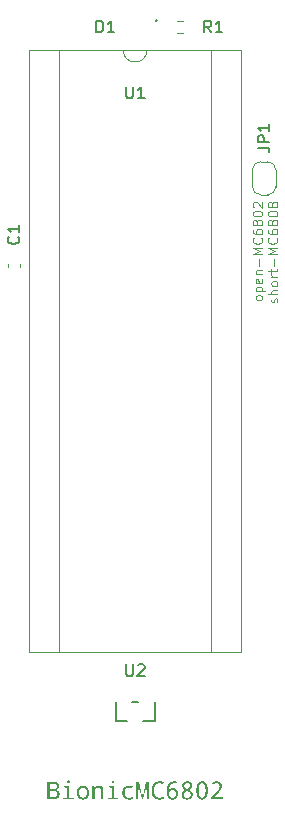
<source format=gbr>
G04 #@! TF.GenerationSoftware,KiCad,Pcbnew,7.0.11+dfsg-1build4*
G04 #@! TF.CreationDate,2024-12-04T13:10:19+09:00*
G04 #@! TF.ProjectId,bionic-mc6802,62696f6e-6963-42d6-9d63-363830322e6b,5*
G04 #@! TF.SameCoordinates,Original*
G04 #@! TF.FileFunction,Legend,Top*
G04 #@! TF.FilePolarity,Positive*
%FSLAX46Y46*%
G04 Gerber Fmt 4.6, Leading zero omitted, Abs format (unit mm)*
G04 Created by KiCad (PCBNEW 7.0.11+dfsg-1build4) date 2024-12-04 13:10:19*
%MOMM*%
%LPD*%
G01*
G04 APERTURE LIST*
%ADD10C,0.150000*%
%ADD11C,0.100000*%
%ADD12C,0.120000*%
%ADD13C,0.152400*%
G04 APERTURE END LIST*
D10*
G36*
X106748499Y-135669959D02*
G01*
X106765676Y-135670222D01*
X106782551Y-135670660D01*
X106799123Y-135671274D01*
X106815392Y-135672063D01*
X106831358Y-135673027D01*
X106847022Y-135674167D01*
X106862383Y-135675481D01*
X106877442Y-135676972D01*
X106892198Y-135678637D01*
X106920801Y-135682494D01*
X106948194Y-135687052D01*
X106974376Y-135692311D01*
X106999348Y-135698272D01*
X107023109Y-135704934D01*
X107045659Y-135712297D01*
X107066998Y-135720361D01*
X107087126Y-135729127D01*
X107106044Y-135738593D01*
X107123751Y-135748761D01*
X107140248Y-135759631D01*
X107155687Y-135771236D01*
X107170129Y-135783702D01*
X107183576Y-135797030D01*
X107196027Y-135811219D01*
X107207481Y-135826270D01*
X107217940Y-135842183D01*
X107227402Y-135858957D01*
X107235869Y-135876592D01*
X107243339Y-135895090D01*
X107249814Y-135914448D01*
X107255292Y-135934668D01*
X107259774Y-135955750D01*
X107263260Y-135977693D01*
X107265750Y-136000498D01*
X107267245Y-136024164D01*
X107267743Y-136048692D01*
X107267426Y-136064915D01*
X107266477Y-136080795D01*
X107264896Y-136096331D01*
X107262682Y-136111524D01*
X107259836Y-136126373D01*
X107256357Y-136140879D01*
X107252245Y-136155041D01*
X107244892Y-136175640D01*
X107236115Y-136195467D01*
X107225915Y-136214521D01*
X107214292Y-136232802D01*
X107201246Y-136250310D01*
X107191757Y-136261553D01*
X107186776Y-136267045D01*
X107176432Y-136277631D01*
X107165641Y-136287682D01*
X107154404Y-136297197D01*
X107142721Y-136306177D01*
X107130591Y-136314622D01*
X107118014Y-136322532D01*
X107104991Y-136329907D01*
X107091521Y-136336746D01*
X107077605Y-136343050D01*
X107063243Y-136348819D01*
X107048433Y-136354052D01*
X107033178Y-136358751D01*
X107017476Y-136362914D01*
X107001327Y-136366542D01*
X106984732Y-136369634D01*
X106967690Y-136372192D01*
X106967690Y-136382450D01*
X106988743Y-136386165D01*
X107009127Y-136390350D01*
X107028842Y-136395004D01*
X107047890Y-136400127D01*
X107066269Y-136405720D01*
X107083979Y-136411782D01*
X107101022Y-136418314D01*
X107117396Y-136425315D01*
X107133102Y-136432785D01*
X107148139Y-136440725D01*
X107162508Y-136449134D01*
X107176209Y-136458013D01*
X107189241Y-136467361D01*
X107201605Y-136477178D01*
X107213301Y-136487465D01*
X107224328Y-136498221D01*
X107234687Y-136509447D01*
X107244378Y-136521142D01*
X107253401Y-136533306D01*
X107261755Y-136545940D01*
X107269441Y-136559043D01*
X107276458Y-136572616D01*
X107282807Y-136586658D01*
X107288488Y-136601169D01*
X107293500Y-136616150D01*
X107297845Y-136631601D01*
X107301520Y-136647520D01*
X107304528Y-136663909D01*
X107306867Y-136680768D01*
X107308538Y-136698096D01*
X107309540Y-136715893D01*
X107309874Y-136734160D01*
X107309361Y-136759281D01*
X107307819Y-136783722D01*
X107305251Y-136807481D01*
X107301654Y-136830559D01*
X107297030Y-136852956D01*
X107291379Y-136874672D01*
X107284700Y-136895706D01*
X107276993Y-136916060D01*
X107268259Y-136935732D01*
X107258498Y-136954722D01*
X107247708Y-136973032D01*
X107235892Y-136990660D01*
X107223048Y-137007608D01*
X107209176Y-137023874D01*
X107194276Y-137039458D01*
X107178350Y-137054362D01*
X107161581Y-137068426D01*
X107144066Y-137081582D01*
X107125804Y-137093831D01*
X107106794Y-137105172D01*
X107087038Y-137115606D01*
X107066534Y-137125133D01*
X107045284Y-137133753D01*
X107023286Y-137141465D01*
X107000541Y-137148270D01*
X106977050Y-137154168D01*
X106952811Y-137159158D01*
X106927825Y-137163241D01*
X106902092Y-137166417D01*
X106875613Y-137168685D01*
X106848386Y-137170046D01*
X106820412Y-137170500D01*
X106277460Y-137170500D01*
X106277460Y-136466714D01*
X106470168Y-136466714D01*
X106470168Y-137006735D01*
X106786340Y-137006735D01*
X106806062Y-137006461D01*
X106825159Y-137005640D01*
X106843629Y-137004271D01*
X106861473Y-137002355D01*
X106878691Y-136999892D01*
X106895283Y-136996881D01*
X106911249Y-136993323D01*
X106926589Y-136989218D01*
X106941302Y-136984565D01*
X106955390Y-136979365D01*
X106981686Y-136967322D01*
X107005479Y-136953089D01*
X107026766Y-136936668D01*
X107045550Y-136918056D01*
X107061829Y-136897255D01*
X107075603Y-136874264D01*
X107086873Y-136849084D01*
X107095639Y-136821714D01*
X107099082Y-136807207D01*
X107101900Y-136792154D01*
X107104091Y-136776553D01*
X107105656Y-136760405D01*
X107106596Y-136743709D01*
X107106909Y-136726466D01*
X107106583Y-136710485D01*
X107105605Y-136695012D01*
X107103975Y-136680045D01*
X107098760Y-136651635D01*
X107090938Y-136625254D01*
X107080508Y-136600902D01*
X107067470Y-136578580D01*
X107051826Y-136558287D01*
X107033573Y-136540023D01*
X107012713Y-136523788D01*
X106989246Y-136509583D01*
X106963171Y-136497407D01*
X106949156Y-136492080D01*
X106934489Y-136487261D01*
X106919170Y-136482948D01*
X106903199Y-136479143D01*
X106886576Y-136475846D01*
X106869302Y-136473055D01*
X106851375Y-136470772D01*
X106832797Y-136468997D01*
X106813567Y-136467728D01*
X106793685Y-136466967D01*
X106773151Y-136466714D01*
X106470168Y-136466714D01*
X106277460Y-136466714D01*
X106277460Y-135833636D01*
X106470168Y-135833636D01*
X106470168Y-136302949D01*
X106762526Y-136302949D01*
X106782290Y-136302730D01*
X106801372Y-136302073D01*
X106819773Y-136300978D01*
X106837494Y-136299446D01*
X106854532Y-136297475D01*
X106870890Y-136295066D01*
X106886566Y-136292220D01*
X106901561Y-136288935D01*
X106915875Y-136285213D01*
X106936069Y-136278809D01*
X106954730Y-136271419D01*
X106971858Y-136263043D01*
X106987454Y-136253683D01*
X106996999Y-136246895D01*
X107010159Y-136235741D01*
X107022025Y-136223299D01*
X107032596Y-136209569D01*
X107041873Y-136194551D01*
X107049856Y-136178245D01*
X107056544Y-136160651D01*
X107061937Y-136141769D01*
X107066036Y-136121599D01*
X107068841Y-136100141D01*
X107069991Y-136085120D01*
X107070567Y-136069526D01*
X107070639Y-136061515D01*
X107070331Y-136046535D01*
X107068716Y-136025081D01*
X107065716Y-136004843D01*
X107061331Y-135985822D01*
X107055562Y-135968019D01*
X107048408Y-135951433D01*
X107039870Y-135936064D01*
X107029947Y-135921912D01*
X107018639Y-135908977D01*
X107005947Y-135897260D01*
X106991870Y-135886759D01*
X106976290Y-135877265D01*
X106959086Y-135868706D01*
X106940260Y-135861080D01*
X106919811Y-135854387D01*
X106905277Y-135850445D01*
X106890021Y-135846917D01*
X106874044Y-135843804D01*
X106857346Y-135841107D01*
X106839926Y-135838824D01*
X106821786Y-135836956D01*
X106802924Y-135835504D01*
X106783340Y-135834466D01*
X106763036Y-135833844D01*
X106742010Y-135833636D01*
X106470168Y-135833636D01*
X106277460Y-135833636D01*
X106277460Y-135669871D01*
X106731019Y-135669871D01*
X106748499Y-135669959D01*
G37*
G36*
X108050663Y-135576082D02*
G01*
X108070174Y-135577109D01*
X108087766Y-135580191D01*
X108103439Y-135585327D01*
X108117192Y-135592517D01*
X108129027Y-135601762D01*
X108138942Y-135613061D01*
X108146939Y-135626414D01*
X108153016Y-135641822D01*
X108157174Y-135659284D01*
X108159413Y-135678800D01*
X108159840Y-135692952D01*
X108159043Y-135710766D01*
X108156655Y-135727113D01*
X108152675Y-135741993D01*
X108145797Y-135757913D01*
X108136627Y-135771720D01*
X108127233Y-135781613D01*
X108114718Y-135791449D01*
X108101353Y-135799250D01*
X108087138Y-135805015D01*
X108072072Y-135808746D01*
X108056157Y-135810442D01*
X108050663Y-135810555D01*
X108030956Y-135809522D01*
X108013187Y-135806421D01*
X107997356Y-135801253D01*
X107983464Y-135794017D01*
X107971510Y-135784715D01*
X107961495Y-135773345D01*
X107953418Y-135759908D01*
X107947280Y-135744404D01*
X107943080Y-135726832D01*
X107940818Y-135707193D01*
X107940387Y-135692952D01*
X107941357Y-135672066D01*
X107944264Y-135653235D01*
X107949110Y-135636458D01*
X107955895Y-135621735D01*
X107964618Y-135609066D01*
X107975279Y-135598452D01*
X107987879Y-135589892D01*
X108002417Y-135583387D01*
X108018894Y-135578935D01*
X108037309Y-135576539D01*
X108050663Y-135576082D01*
G37*
G36*
X107956141Y-136192307D02*
G01*
X107678803Y-136170691D01*
X107678803Y-136045028D01*
X108143353Y-136045028D01*
X108143353Y-137023221D01*
X108506054Y-137043737D01*
X108506054Y-137170500D01*
X107601500Y-137170500D01*
X107601500Y-137043737D01*
X107956141Y-137023221D01*
X107956141Y-136192307D01*
G37*
G36*
X109321492Y-136022205D02*
G01*
X109348611Y-136024077D01*
X109375096Y-136027197D01*
X109400944Y-136031565D01*
X109426158Y-136037180D01*
X109450736Y-136044044D01*
X109474678Y-136052155D01*
X109497985Y-136061515D01*
X109520657Y-136072122D01*
X109542693Y-136083978D01*
X109564094Y-136097081D01*
X109584859Y-136111432D01*
X109604989Y-136127031D01*
X109624484Y-136143878D01*
X109643343Y-136161973D01*
X109661567Y-136181316D01*
X109678913Y-136201692D01*
X109695141Y-136222887D01*
X109710249Y-136244900D01*
X109724238Y-136267732D01*
X109737108Y-136291383D01*
X109748859Y-136315852D01*
X109759490Y-136341140D01*
X109769003Y-136367246D01*
X109777396Y-136394171D01*
X109784671Y-136421914D01*
X109790826Y-136450476D01*
X109793484Y-136465064D01*
X109795862Y-136479857D01*
X109797960Y-136494854D01*
X109799779Y-136510056D01*
X109801318Y-136525463D01*
X109802577Y-136541074D01*
X109803556Y-136556890D01*
X109804256Y-136572911D01*
X109804675Y-136589136D01*
X109804815Y-136605566D01*
X109804677Y-136622534D01*
X109804263Y-136639277D01*
X109803572Y-136655793D01*
X109802605Y-136672084D01*
X109801363Y-136688148D01*
X109799843Y-136703986D01*
X109798048Y-136719598D01*
X109795977Y-136734984D01*
X109793629Y-136750144D01*
X109791005Y-136765077D01*
X109788105Y-136779785D01*
X109784928Y-136794266D01*
X109781476Y-136808522D01*
X109773742Y-136836354D01*
X109764904Y-136863282D01*
X109754960Y-136889305D01*
X109743912Y-136914424D01*
X109731759Y-136938638D01*
X109718501Y-136961948D01*
X109704139Y-136984354D01*
X109688671Y-137005855D01*
X109672099Y-137026451D01*
X109663399Y-137036410D01*
X109645401Y-137055487D01*
X109626670Y-137073333D01*
X109607207Y-137089948D01*
X109587012Y-137105332D01*
X109566083Y-137119486D01*
X109544422Y-137132409D01*
X109522028Y-137144101D01*
X109498901Y-137154563D01*
X109475041Y-137163793D01*
X109450449Y-137171793D01*
X109425124Y-137178562D01*
X109399067Y-137184101D01*
X109372276Y-137188408D01*
X109344753Y-137191485D01*
X109316497Y-137193331D01*
X109287509Y-137193947D01*
X109259973Y-137193321D01*
X109233052Y-137191445D01*
X109206747Y-137188318D01*
X109181057Y-137183940D01*
X109155983Y-137178312D01*
X109131523Y-137171433D01*
X109107680Y-137163302D01*
X109084451Y-137153922D01*
X109061838Y-137143290D01*
X109039841Y-137131407D01*
X109018459Y-137118274D01*
X108997692Y-137103890D01*
X108977540Y-137088255D01*
X108958004Y-137071369D01*
X108939083Y-137053233D01*
X108920778Y-137033846D01*
X108903387Y-137013368D01*
X108887118Y-136992051D01*
X108871972Y-136969896D01*
X108857947Y-136946903D01*
X108845044Y-136923071D01*
X108833263Y-136898400D01*
X108822604Y-136872890D01*
X108813067Y-136846542D01*
X108804652Y-136819355D01*
X108797359Y-136791330D01*
X108794133Y-136777002D01*
X108791188Y-136762466D01*
X108788523Y-136747719D01*
X108786139Y-136732763D01*
X108784036Y-136717597D01*
X108782212Y-136702222D01*
X108780670Y-136686636D01*
X108779407Y-136670842D01*
X108778426Y-136654837D01*
X108777724Y-136638623D01*
X108777304Y-136622199D01*
X108777163Y-136605566D01*
X108970970Y-136605566D01*
X108971283Y-136632186D01*
X108972222Y-136657960D01*
X108973788Y-136682890D01*
X108975979Y-136706974D01*
X108978796Y-136730214D01*
X108982240Y-136752608D01*
X108986310Y-136774157D01*
X108991006Y-136794862D01*
X108996328Y-136814721D01*
X109002276Y-136833735D01*
X109008850Y-136851904D01*
X109016050Y-136869228D01*
X109023876Y-136885707D01*
X109032329Y-136901341D01*
X109041408Y-136916129D01*
X109051112Y-136930073D01*
X109061443Y-136943172D01*
X109072400Y-136955425D01*
X109083983Y-136966834D01*
X109096192Y-136977397D01*
X109109027Y-136987115D01*
X109122489Y-136995988D01*
X109136576Y-137004017D01*
X109151290Y-137011200D01*
X109166630Y-137017538D01*
X109182595Y-137023031D01*
X109199187Y-137027679D01*
X109216405Y-137031481D01*
X109234250Y-137034439D01*
X109252720Y-137036552D01*
X109271816Y-137037819D01*
X109291539Y-137038242D01*
X109311194Y-137037819D01*
X109330225Y-137036552D01*
X109348631Y-137034439D01*
X109366414Y-137031481D01*
X109383573Y-137027679D01*
X109400109Y-137023031D01*
X109416020Y-137017538D01*
X109431307Y-137011200D01*
X109445970Y-137004017D01*
X109460009Y-136995988D01*
X109473424Y-136987115D01*
X109486216Y-136977397D01*
X109498383Y-136966834D01*
X109509926Y-136955425D01*
X109520846Y-136943172D01*
X109531141Y-136930073D01*
X109540812Y-136916129D01*
X109549860Y-136901341D01*
X109558283Y-136885707D01*
X109566083Y-136869228D01*
X109573259Y-136851904D01*
X109579810Y-136833735D01*
X109585738Y-136814721D01*
X109591042Y-136794862D01*
X109595721Y-136774157D01*
X109599777Y-136752608D01*
X109603209Y-136730214D01*
X109606017Y-136706974D01*
X109608201Y-136682890D01*
X109609760Y-136657960D01*
X109610696Y-136632186D01*
X109611008Y-136605566D01*
X109610694Y-136579217D01*
X109609752Y-136553704D01*
X109608181Y-136529028D01*
X109605982Y-136505188D01*
X109603155Y-136482184D01*
X109599700Y-136460018D01*
X109595616Y-136438687D01*
X109590904Y-136418193D01*
X109585564Y-136398536D01*
X109579596Y-136379715D01*
X109572999Y-136361731D01*
X109565774Y-136344583D01*
X109557921Y-136328271D01*
X109549439Y-136312796D01*
X109540329Y-136298158D01*
X109530591Y-136284356D01*
X109520225Y-136271390D01*
X109509231Y-136259261D01*
X109497608Y-136247969D01*
X109485357Y-136237513D01*
X109472478Y-136227893D01*
X109458970Y-136219110D01*
X109444834Y-136211164D01*
X109430070Y-136204053D01*
X109414678Y-136197780D01*
X109398657Y-136192343D01*
X109382009Y-136187742D01*
X109364731Y-136183978D01*
X109346826Y-136181050D01*
X109328293Y-136178959D01*
X109309131Y-136177704D01*
X109289341Y-136177286D01*
X109269753Y-136177704D01*
X109250788Y-136178959D01*
X109232444Y-136181050D01*
X109214722Y-136183978D01*
X109197623Y-136187742D01*
X109181144Y-136192343D01*
X109165288Y-136197780D01*
X109150053Y-136204053D01*
X109135441Y-136211164D01*
X109121450Y-136219110D01*
X109108081Y-136227893D01*
X109095334Y-136237513D01*
X109083208Y-136247969D01*
X109071704Y-136259261D01*
X109060823Y-136271390D01*
X109050563Y-136284356D01*
X109040925Y-136298158D01*
X109031908Y-136312796D01*
X109023514Y-136328271D01*
X109015741Y-136344583D01*
X109008590Y-136361731D01*
X109002061Y-136379715D01*
X108996154Y-136398536D01*
X108990868Y-136418193D01*
X108986205Y-136438687D01*
X108982163Y-136460018D01*
X108978743Y-136482184D01*
X108975945Y-136505188D01*
X108973768Y-136529028D01*
X108972214Y-136553704D01*
X108971281Y-136579217D01*
X108970970Y-136605566D01*
X108777163Y-136605566D01*
X108777300Y-136588756D01*
X108777709Y-136572169D01*
X108778390Y-136555806D01*
X108779344Y-136539666D01*
X108780571Y-136523749D01*
X108782071Y-136508056D01*
X108783843Y-136492585D01*
X108785887Y-136477338D01*
X108788205Y-136462315D01*
X108790795Y-136447514D01*
X108793657Y-136432937D01*
X108796792Y-136418583D01*
X108803881Y-136390544D01*
X108812060Y-136363399D01*
X108821329Y-136337147D01*
X108831689Y-136311787D01*
X108843139Y-136287321D01*
X108855680Y-136263748D01*
X108869311Y-136241068D01*
X108884033Y-136219280D01*
X108899845Y-136198386D01*
X108916748Y-136178385D01*
X108934578Y-136159397D01*
X108953173Y-136141634D01*
X108972531Y-136125096D01*
X108992654Y-136109783D01*
X109013541Y-136095695D01*
X109035193Y-136082833D01*
X109057608Y-136071195D01*
X109080788Y-136060782D01*
X109104732Y-136051594D01*
X109129440Y-136043632D01*
X109154912Y-136036894D01*
X109181149Y-136031381D01*
X109208149Y-136027094D01*
X109235914Y-136024031D01*
X109264444Y-136022194D01*
X109293737Y-136021581D01*
X109321492Y-136022205D01*
G37*
G36*
X110833200Y-137170500D02*
G01*
X110833200Y-136444366D01*
X110832960Y-136427934D01*
X110832242Y-136412024D01*
X110831045Y-136396635D01*
X110829370Y-136381769D01*
X110824583Y-136353600D01*
X110817881Y-136327518D01*
X110809264Y-136303523D01*
X110798733Y-136281614D01*
X110786286Y-136261792D01*
X110771925Y-136244056D01*
X110755649Y-136228407D01*
X110737458Y-136214844D01*
X110717353Y-136203368D01*
X110695332Y-136193978D01*
X110671397Y-136186675D01*
X110645547Y-136181459D01*
X110617782Y-136178329D01*
X110588102Y-136177286D01*
X110568627Y-136177685D01*
X110549771Y-136178883D01*
X110531533Y-136180879D01*
X110513913Y-136183674D01*
X110496912Y-136187268D01*
X110480528Y-136191660D01*
X110464763Y-136196851D01*
X110449616Y-136202840D01*
X110435088Y-136209628D01*
X110421177Y-136217214D01*
X110407885Y-136225599D01*
X110395211Y-136234782D01*
X110383155Y-136244764D01*
X110371718Y-136255545D01*
X110360899Y-136267124D01*
X110350698Y-136279502D01*
X110341115Y-136292678D01*
X110332151Y-136306653D01*
X110323804Y-136321426D01*
X110316076Y-136336998D01*
X110308967Y-136353368D01*
X110302475Y-136370537D01*
X110296602Y-136388505D01*
X110291347Y-136407271D01*
X110286710Y-136426836D01*
X110282692Y-136447199D01*
X110279291Y-136468361D01*
X110276509Y-136490321D01*
X110274345Y-136513080D01*
X110272800Y-136536638D01*
X110271872Y-136560994D01*
X110271563Y-136586148D01*
X110271563Y-137170500D01*
X110083985Y-137170500D01*
X110083985Y-136045028D01*
X110235293Y-136045028D01*
X110263137Y-136194871D01*
X110273395Y-136194871D01*
X110287200Y-136173887D01*
X110302052Y-136154257D01*
X110317951Y-136135980D01*
X110334898Y-136119057D01*
X110352893Y-136103488D01*
X110371936Y-136089273D01*
X110392025Y-136076411D01*
X110413163Y-136064904D01*
X110435348Y-136054750D01*
X110458581Y-136045950D01*
X110482861Y-136038504D01*
X110508189Y-136032412D01*
X110534564Y-136027673D01*
X110561987Y-136024289D01*
X110590458Y-136022258D01*
X110619976Y-136021581D01*
X110644634Y-136021984D01*
X110668510Y-136023191D01*
X110691603Y-136025204D01*
X110713914Y-136028021D01*
X110735441Y-136031644D01*
X110756186Y-136036071D01*
X110776148Y-136041304D01*
X110795327Y-136047341D01*
X110813723Y-136054184D01*
X110831336Y-136061831D01*
X110848167Y-136070284D01*
X110864215Y-136079541D01*
X110879480Y-136089604D01*
X110893962Y-136100471D01*
X110907661Y-136112144D01*
X110920578Y-136124621D01*
X110932711Y-136137904D01*
X110944062Y-136151991D01*
X110954630Y-136166884D01*
X110964415Y-136182581D01*
X110973418Y-136199084D01*
X110981637Y-136216391D01*
X110989074Y-136234504D01*
X110995728Y-136253421D01*
X111001599Y-136273144D01*
X111006687Y-136293671D01*
X111010993Y-136315004D01*
X111014516Y-136337141D01*
X111017255Y-136360083D01*
X111019213Y-136383831D01*
X111020387Y-136408383D01*
X111020778Y-136433741D01*
X111020778Y-137170500D01*
X110833200Y-137170500D01*
G37*
G36*
X111831542Y-135576082D02*
G01*
X111851053Y-135577109D01*
X111868645Y-135580191D01*
X111884318Y-135585327D01*
X111898072Y-135592517D01*
X111909906Y-135601762D01*
X111919822Y-135613061D01*
X111927818Y-135626414D01*
X111933895Y-135641822D01*
X111938053Y-135659284D01*
X111940292Y-135678800D01*
X111940719Y-135692952D01*
X111939923Y-135710766D01*
X111937535Y-135727113D01*
X111933554Y-135741993D01*
X111926676Y-135757913D01*
X111917506Y-135771720D01*
X111908112Y-135781613D01*
X111895597Y-135791449D01*
X111882232Y-135799250D01*
X111868017Y-135805015D01*
X111852952Y-135808746D01*
X111837036Y-135810442D01*
X111831542Y-135810555D01*
X111811835Y-135809522D01*
X111794066Y-135806421D01*
X111778235Y-135801253D01*
X111764343Y-135794017D01*
X111752389Y-135784715D01*
X111742374Y-135773345D01*
X111734297Y-135759908D01*
X111728159Y-135744404D01*
X111723959Y-135726832D01*
X111721697Y-135707193D01*
X111721267Y-135692952D01*
X111722236Y-135672066D01*
X111725144Y-135653235D01*
X111729990Y-135636458D01*
X111736774Y-135621735D01*
X111745497Y-135609066D01*
X111756159Y-135598452D01*
X111768758Y-135589892D01*
X111783297Y-135583387D01*
X111799773Y-135578935D01*
X111818189Y-135576539D01*
X111831542Y-135576082D01*
G37*
G36*
X111737020Y-136192307D02*
G01*
X111459683Y-136170691D01*
X111459683Y-136045028D01*
X111924232Y-136045028D01*
X111924232Y-137023221D01*
X112286933Y-137043737D01*
X112286933Y-137170500D01*
X111382380Y-137170500D01*
X111382380Y-137043737D01*
X111737020Y-137023221D01*
X111737020Y-136192307D01*
G37*
G36*
X113532938Y-136082398D02*
G01*
X113469191Y-136245063D01*
X113449994Y-136237832D01*
X113431054Y-136231067D01*
X113412373Y-136224769D01*
X113393948Y-136218937D01*
X113375782Y-136213572D01*
X113357873Y-136208673D01*
X113340222Y-136204241D01*
X113322828Y-136200275D01*
X113305692Y-136196776D01*
X113288813Y-136193744D01*
X113272192Y-136191178D01*
X113255829Y-136189078D01*
X113239723Y-136187445D01*
X113223875Y-136186279D01*
X113208285Y-136185579D01*
X113192952Y-136185346D01*
X113169443Y-136185762D01*
X113146680Y-136187010D01*
X113124663Y-136189091D01*
X113103393Y-136192004D01*
X113082869Y-136195748D01*
X113063092Y-136200325D01*
X113044060Y-136205735D01*
X113025775Y-136211976D01*
X113008237Y-136219050D01*
X112991444Y-136226956D01*
X112975398Y-136235694D01*
X112960099Y-136245264D01*
X112945545Y-136255666D01*
X112931738Y-136266901D01*
X112918678Y-136278967D01*
X112906363Y-136291866D01*
X112894795Y-136305598D01*
X112883974Y-136320161D01*
X112873898Y-136335556D01*
X112864569Y-136351784D01*
X112855987Y-136368844D01*
X112848150Y-136386736D01*
X112841060Y-136405460D01*
X112834716Y-136425017D01*
X112829119Y-136445406D01*
X112824268Y-136466626D01*
X112820163Y-136488679D01*
X112816805Y-136511565D01*
X112814192Y-136535282D01*
X112812327Y-136559832D01*
X112811207Y-136585214D01*
X112810834Y-136611428D01*
X112811197Y-136637191D01*
X112812287Y-136662136D01*
X112814102Y-136686264D01*
X112816644Y-136709573D01*
X112819913Y-136732065D01*
X112823907Y-136753739D01*
X112828628Y-136774595D01*
X112834075Y-136794633D01*
X112840249Y-136813853D01*
X112847148Y-136832255D01*
X112854774Y-136849840D01*
X112863127Y-136866606D01*
X112872205Y-136882555D01*
X112882010Y-136897685D01*
X112892541Y-136911998D01*
X112903799Y-136925493D01*
X112915783Y-136938171D01*
X112928493Y-136950030D01*
X112941929Y-136961071D01*
X112956092Y-136971295D01*
X112970981Y-136980700D01*
X112986596Y-136989288D01*
X113002937Y-136997058D01*
X113020005Y-137004010D01*
X113037799Y-137010144D01*
X113056319Y-137015460D01*
X113075566Y-137019958D01*
X113095539Y-137023639D01*
X113116238Y-137026502D01*
X113137664Y-137028546D01*
X113159816Y-137029773D01*
X113182694Y-137030182D01*
X113202963Y-137029933D01*
X113223286Y-137029186D01*
X113243663Y-137027941D01*
X113264095Y-137026198D01*
X113284582Y-137023957D01*
X113305122Y-137021218D01*
X113325717Y-137017980D01*
X113346367Y-137014245D01*
X113367071Y-137010012D01*
X113387829Y-137005281D01*
X113408642Y-137000051D01*
X113429509Y-136994324D01*
X113450430Y-136988099D01*
X113471406Y-136981375D01*
X113492436Y-136974154D01*
X113513521Y-136966435D01*
X113513521Y-137131299D01*
X113496011Y-137138885D01*
X113478012Y-137145982D01*
X113459523Y-137152589D01*
X113440545Y-137158707D01*
X113421078Y-137164336D01*
X113401121Y-137169475D01*
X113380675Y-137174125D01*
X113359739Y-137178285D01*
X113338314Y-137181956D01*
X113316399Y-137185137D01*
X113293995Y-137187829D01*
X113271102Y-137190031D01*
X113247719Y-137191744D01*
X113223847Y-137192968D01*
X113199485Y-137193702D01*
X113174634Y-137193947D01*
X113158194Y-137193800D01*
X113141986Y-137193361D01*
X113126008Y-137192630D01*
X113110262Y-137191606D01*
X113094747Y-137190289D01*
X113079463Y-137188679D01*
X113064411Y-137186777D01*
X113049589Y-137184582D01*
X113034998Y-137182094D01*
X113006511Y-137176241D01*
X112978948Y-137169217D01*
X112952309Y-137161022D01*
X112926595Y-137151657D01*
X112901805Y-137141121D01*
X112877940Y-137129415D01*
X112854999Y-137116538D01*
X112832983Y-137102490D01*
X112811891Y-137087271D01*
X112791724Y-137070882D01*
X112772481Y-137053323D01*
X112763207Y-137044104D01*
X112745505Y-137024864D01*
X112728946Y-137004605D01*
X112713528Y-136983327D01*
X112699253Y-136961031D01*
X112686120Y-136937715D01*
X112674129Y-136913380D01*
X112663279Y-136888027D01*
X112653572Y-136861654D01*
X112645007Y-136834263D01*
X112637584Y-136805853D01*
X112634300Y-136791265D01*
X112631303Y-136776423D01*
X112628590Y-136761326D01*
X112626163Y-136745975D01*
X112624022Y-136730369D01*
X112622166Y-136714508D01*
X112620596Y-136698392D01*
X112619311Y-136682021D01*
X112618312Y-136665396D01*
X112617598Y-136648516D01*
X112617170Y-136631382D01*
X112617027Y-136613992D01*
X112617173Y-136596038D01*
X112617611Y-136578353D01*
X112618341Y-136560938D01*
X112619363Y-136543793D01*
X112620677Y-136526918D01*
X112622282Y-136510313D01*
X112624180Y-136493977D01*
X112626370Y-136477911D01*
X112628851Y-136462115D01*
X112631625Y-136446588D01*
X112634690Y-136431331D01*
X112638047Y-136416344D01*
X112641697Y-136401627D01*
X112645638Y-136387180D01*
X112649871Y-136373002D01*
X112659214Y-136345456D01*
X112669724Y-136318989D01*
X112681401Y-136293601D01*
X112694247Y-136269292D01*
X112708261Y-136246063D01*
X112723442Y-136223912D01*
X112739791Y-136202840D01*
X112757308Y-136182848D01*
X112766504Y-136173256D01*
X112785662Y-136154889D01*
X112805768Y-136137707D01*
X112826821Y-136121710D01*
X112848821Y-136106898D01*
X112871769Y-136093271D01*
X112895664Y-136080829D01*
X112920507Y-136069572D01*
X112946297Y-136059500D01*
X112973035Y-136050613D01*
X113000719Y-136042910D01*
X113029352Y-136036393D01*
X113044023Y-136033579D01*
X113058931Y-136031061D01*
X113074076Y-136028839D01*
X113089458Y-136026913D01*
X113105077Y-136025284D01*
X113120933Y-136023951D01*
X113137025Y-136022914D01*
X113153355Y-136022174D01*
X113169921Y-136021729D01*
X113186724Y-136021581D01*
X113209586Y-136021819D01*
X113232285Y-136022531D01*
X113254820Y-136023719D01*
X113277193Y-136025382D01*
X113299402Y-136027520D01*
X113321448Y-136030133D01*
X113343332Y-136033222D01*
X113365052Y-136036785D01*
X113386608Y-136040824D01*
X113408002Y-136045338D01*
X113429233Y-136050326D01*
X113450300Y-136055790D01*
X113471204Y-136061730D01*
X113491945Y-136068144D01*
X113512523Y-136075033D01*
X113532938Y-136082398D01*
G37*
G36*
X114248081Y-137170500D02*
G01*
X113961951Y-135857450D01*
X113953524Y-135851588D01*
X113954674Y-135868589D01*
X113955787Y-135885337D01*
X113956863Y-135901831D01*
X113957903Y-135918072D01*
X113958907Y-135934059D01*
X113959874Y-135949794D01*
X113960805Y-135965275D01*
X113961699Y-135980503D01*
X113962556Y-135995477D01*
X113963377Y-136010198D01*
X113964910Y-136038880D01*
X113966297Y-136066549D01*
X113967538Y-136093205D01*
X113968632Y-136118848D01*
X113969581Y-136143477D01*
X113970384Y-136167094D01*
X113971041Y-136189697D01*
X113971552Y-136211286D01*
X113971917Y-136231863D01*
X113972136Y-136251426D01*
X113972209Y-136269976D01*
X113972209Y-137170500D01*
X113816504Y-137170500D01*
X113816504Y-135669871D01*
X114071127Y-135669871D01*
X114326483Y-136892429D01*
X114332711Y-136892429D01*
X114590265Y-135669871D01*
X114850017Y-135669871D01*
X114850017Y-137170500D01*
X114692114Y-137170500D01*
X114692114Y-136256787D01*
X114692243Y-136235378D01*
X114692472Y-136219224D01*
X114692816Y-136201564D01*
X114693274Y-136182399D01*
X114693846Y-136161728D01*
X114694533Y-136139551D01*
X114695334Y-136115869D01*
X114696250Y-136090682D01*
X114697281Y-136063989D01*
X114698426Y-136035790D01*
X114699041Y-136021126D01*
X114699685Y-136006086D01*
X114700358Y-135990669D01*
X114701059Y-135974876D01*
X114701789Y-135958707D01*
X114702547Y-135942161D01*
X114703334Y-135925239D01*
X114704150Y-135907940D01*
X114704994Y-135890265D01*
X114705867Y-135872214D01*
X114706769Y-135853786D01*
X114698709Y-135853786D01*
X114407083Y-137170500D01*
X114248081Y-137170500D01*
G37*
G36*
X116118371Y-136965336D02*
G01*
X116118371Y-137132764D01*
X116099284Y-137140173D01*
X116079668Y-137147104D01*
X116059522Y-137153557D01*
X116038847Y-137159531D01*
X116017642Y-137165028D01*
X115995908Y-137170047D01*
X115973644Y-137174588D01*
X115950851Y-137178651D01*
X115927528Y-137182236D01*
X115903675Y-137185343D01*
X115879294Y-137187972D01*
X115854382Y-137190123D01*
X115828941Y-137191796D01*
X115802971Y-137192991D01*
X115776471Y-137193708D01*
X115749442Y-137193947D01*
X115729690Y-137193750D01*
X115710229Y-137193158D01*
X115691061Y-137192173D01*
X115672185Y-137190793D01*
X115653600Y-137189018D01*
X115635308Y-137186850D01*
X115617307Y-137184287D01*
X115599599Y-137181330D01*
X115582182Y-137177979D01*
X115565058Y-137174233D01*
X115548225Y-137170093D01*
X115531684Y-137165559D01*
X115515435Y-137160631D01*
X115499478Y-137155308D01*
X115483813Y-137149591D01*
X115468440Y-137143480D01*
X115453359Y-137136975D01*
X115438570Y-137130075D01*
X115424073Y-137122781D01*
X115409868Y-137115093D01*
X115395955Y-137107010D01*
X115382333Y-137098533D01*
X115369004Y-137089662D01*
X115355967Y-137080397D01*
X115343221Y-137070737D01*
X115330768Y-137060683D01*
X115318606Y-137050235D01*
X115306736Y-137039393D01*
X115295159Y-137028156D01*
X115283873Y-137016525D01*
X115272879Y-137004500D01*
X115262177Y-136992080D01*
X115251786Y-136979298D01*
X115241725Y-136966184D01*
X115231994Y-136952739D01*
X115222593Y-136938963D01*
X115213521Y-136924855D01*
X115204780Y-136910417D01*
X115196368Y-136895647D01*
X115188286Y-136880545D01*
X115180534Y-136865112D01*
X115173112Y-136849348D01*
X115166020Y-136833253D01*
X115159258Y-136816826D01*
X115152825Y-136800068D01*
X115146722Y-136782979D01*
X115140950Y-136765559D01*
X115135507Y-136747807D01*
X115130394Y-136729724D01*
X115125611Y-136711309D01*
X115121157Y-136692563D01*
X115117034Y-136673486D01*
X115113241Y-136654078D01*
X115109777Y-136634338D01*
X115106643Y-136614267D01*
X115103839Y-136593865D01*
X115101365Y-136573131D01*
X115099221Y-136552067D01*
X115097407Y-136530670D01*
X115095922Y-136508943D01*
X115094768Y-136486884D01*
X115093943Y-136464494D01*
X115093448Y-136441773D01*
X115093283Y-136418720D01*
X115093463Y-136396586D01*
X115094003Y-136374742D01*
X115094903Y-136353189D01*
X115096163Y-136331926D01*
X115097782Y-136310954D01*
X115099762Y-136290272D01*
X115102102Y-136269881D01*
X115104801Y-136249780D01*
X115107860Y-136229970D01*
X115111280Y-136210451D01*
X115115059Y-136191221D01*
X115119198Y-136172283D01*
X115123697Y-136153635D01*
X115128556Y-136135277D01*
X115133775Y-136117210D01*
X115139354Y-136099434D01*
X115145292Y-136081948D01*
X115151591Y-136064752D01*
X115158250Y-136047847D01*
X115165268Y-136031233D01*
X115172647Y-136014909D01*
X115180385Y-135998875D01*
X115188483Y-135983132D01*
X115196942Y-135967680D01*
X115205760Y-135952518D01*
X115214938Y-135937647D01*
X115224476Y-135923066D01*
X115234374Y-135908775D01*
X115244632Y-135894775D01*
X115255249Y-135881066D01*
X115266227Y-135867647D01*
X115277565Y-135854519D01*
X115289237Y-135841716D01*
X115301172Y-135829320D01*
X115313371Y-135817330D01*
X115325833Y-135805747D01*
X115338559Y-135794570D01*
X115351547Y-135783799D01*
X115364799Y-135773435D01*
X115378315Y-135763478D01*
X115392094Y-135753926D01*
X115406136Y-135744781D01*
X115420441Y-135736043D01*
X115435010Y-135727711D01*
X115449842Y-135719786D01*
X115464937Y-135712267D01*
X115480296Y-135705154D01*
X115495918Y-135698448D01*
X115511803Y-135692148D01*
X115527952Y-135686255D01*
X115544364Y-135680768D01*
X115561039Y-135675687D01*
X115577978Y-135671013D01*
X115595180Y-135666746D01*
X115612645Y-135662885D01*
X115630373Y-135659430D01*
X115648365Y-135656382D01*
X115666621Y-135653740D01*
X115685139Y-135651505D01*
X115703921Y-135649676D01*
X115722966Y-135648253D01*
X115742275Y-135647237D01*
X115761847Y-135646627D01*
X115781682Y-135646424D01*
X115809799Y-135646770D01*
X115837455Y-135647809D01*
X115864650Y-135649541D01*
X115891385Y-135651965D01*
X115917659Y-135655082D01*
X115943472Y-135658892D01*
X115968824Y-135663394D01*
X115993715Y-135668589D01*
X116018146Y-135674477D01*
X116042115Y-135681057D01*
X116065624Y-135688330D01*
X116088672Y-135696295D01*
X116111259Y-135704954D01*
X116133386Y-135714305D01*
X116155051Y-135724348D01*
X116176256Y-135735084D01*
X116096022Y-135895918D01*
X116076161Y-135886158D01*
X116056329Y-135877028D01*
X116036525Y-135868527D01*
X116016750Y-135860656D01*
X115997004Y-135853414D01*
X115977286Y-135846802D01*
X115957597Y-135840820D01*
X115937936Y-135835468D01*
X115918304Y-135830745D01*
X115898701Y-135826652D01*
X115879126Y-135823189D01*
X115859580Y-135820356D01*
X115840063Y-135818152D01*
X115820574Y-135816577D01*
X115801113Y-135815633D01*
X115781682Y-135815318D01*
X115754326Y-135815955D01*
X115727672Y-135817865D01*
X115701719Y-135821050D01*
X115676467Y-135825508D01*
X115651916Y-135831239D01*
X115628066Y-135838244D01*
X115604918Y-135846523D01*
X115582471Y-135856076D01*
X115560726Y-135866902D01*
X115539681Y-135879002D01*
X115519338Y-135892376D01*
X115499696Y-135907024D01*
X115480755Y-135922945D01*
X115462516Y-135940140D01*
X115444977Y-135958608D01*
X115428140Y-135978350D01*
X115412169Y-135999181D01*
X115397228Y-136020917D01*
X115383318Y-136043557D01*
X115370438Y-136067102D01*
X115358588Y-136091551D01*
X115347769Y-136116905D01*
X115337980Y-136143163D01*
X115329222Y-136170325D01*
X115321494Y-136198392D01*
X115318016Y-136212765D01*
X115314796Y-136227363D01*
X115311834Y-136242188D01*
X115309129Y-136257239D01*
X115306682Y-136272516D01*
X115304492Y-136288020D01*
X115302560Y-136303749D01*
X115300886Y-136319704D01*
X115299469Y-136335886D01*
X115298310Y-136352294D01*
X115297408Y-136368927D01*
X115296764Y-136385787D01*
X115296378Y-136402873D01*
X115296249Y-136420185D01*
X115296370Y-136438504D01*
X115296731Y-136456549D01*
X115297334Y-136474319D01*
X115298178Y-136491815D01*
X115299263Y-136509038D01*
X115300590Y-136525986D01*
X115302157Y-136542660D01*
X115303966Y-136559060D01*
X115306015Y-136575187D01*
X115308306Y-136591039D01*
X115310838Y-136606617D01*
X115313611Y-136621921D01*
X115316626Y-136636950D01*
X115319881Y-136651706D01*
X115323378Y-136666188D01*
X115327115Y-136680396D01*
X115335314Y-136707989D01*
X115344478Y-136734486D01*
X115354606Y-136759887D01*
X115365698Y-136784191D01*
X115377755Y-136807400D01*
X115390777Y-136829512D01*
X115404763Y-136850528D01*
X115419714Y-136870447D01*
X115435638Y-136889169D01*
X115452452Y-136906683D01*
X115470156Y-136922989D01*
X115488751Y-136938087D01*
X115508235Y-136951978D01*
X115528610Y-136964660D01*
X115549875Y-136976135D01*
X115572030Y-136986401D01*
X115595075Y-136995460D01*
X115619010Y-137003311D01*
X115643836Y-137009955D01*
X115669551Y-137015390D01*
X115696157Y-137019618D01*
X115723653Y-137022637D01*
X115752039Y-137024449D01*
X115781315Y-137025053D01*
X115798346Y-137024820D01*
X115815914Y-137024120D01*
X115834020Y-137022953D01*
X115852665Y-137021321D01*
X115871848Y-137019221D01*
X115891568Y-137016655D01*
X115911827Y-137013623D01*
X115932624Y-137010124D01*
X115953959Y-137006158D01*
X115975832Y-137001726D01*
X115998243Y-136996827D01*
X116021192Y-136991462D01*
X116044680Y-136985630D01*
X116068705Y-136979332D01*
X116093269Y-136972567D01*
X116118371Y-136965336D01*
G37*
G36*
X117057377Y-135646595D02*
G01*
X117076519Y-135647107D01*
X117095004Y-135647960D01*
X117112832Y-135649155D01*
X117130003Y-135650691D01*
X117146518Y-135652568D01*
X117162375Y-135654786D01*
X117177576Y-135657346D01*
X117192119Y-135660248D01*
X117210489Y-135664647D01*
X117214899Y-135665841D01*
X117214899Y-135825576D01*
X117196197Y-135821025D01*
X117181667Y-135818010D01*
X117166706Y-135815337D01*
X117151314Y-135813004D01*
X117135489Y-135811013D01*
X117119234Y-135809364D01*
X117102547Y-135808055D01*
X117085428Y-135807088D01*
X117067878Y-135806462D01*
X117049896Y-135806178D01*
X117043807Y-135806159D01*
X117015403Y-135806723D01*
X116987896Y-135808414D01*
X116961285Y-135811234D01*
X116935569Y-135815181D01*
X116910749Y-135820255D01*
X116886825Y-135826458D01*
X116863797Y-135833788D01*
X116841665Y-135842246D01*
X116820429Y-135851831D01*
X116800089Y-135862545D01*
X116780644Y-135874386D01*
X116762096Y-135887354D01*
X116744443Y-135901451D01*
X116727686Y-135916675D01*
X116711825Y-135933027D01*
X116696860Y-135950506D01*
X116682801Y-135969165D01*
X116669566Y-135989146D01*
X116657155Y-136010450D01*
X116645569Y-136033076D01*
X116634807Y-136057024D01*
X116624869Y-136082295D01*
X116615756Y-136108887D01*
X116607467Y-136136803D01*
X116603632Y-136151256D01*
X116600002Y-136166040D01*
X116596579Y-136181155D01*
X116593362Y-136196600D01*
X116590351Y-136212376D01*
X116587546Y-136228483D01*
X116584947Y-136244920D01*
X116582554Y-136261687D01*
X116580367Y-136278785D01*
X116578387Y-136296214D01*
X116576612Y-136313973D01*
X116575044Y-136332063D01*
X116573681Y-136350484D01*
X116572525Y-136369235D01*
X116571575Y-136388317D01*
X116570830Y-136407729D01*
X116583287Y-136407729D01*
X116595985Y-136386523D01*
X116609625Y-136366685D01*
X116624207Y-136348215D01*
X116639730Y-136331113D01*
X116656195Y-136315380D01*
X116673601Y-136301014D01*
X116691950Y-136288017D01*
X116711240Y-136276387D01*
X116731471Y-136266126D01*
X116752644Y-136257234D01*
X116774759Y-136249709D01*
X116797816Y-136243552D01*
X116821814Y-136238764D01*
X116846754Y-136235343D01*
X116872636Y-136233291D01*
X116899459Y-136232607D01*
X116924216Y-136233085D01*
X116948294Y-136234519D01*
X116971695Y-136236909D01*
X116994416Y-136240255D01*
X117016460Y-136244557D01*
X117037825Y-136249815D01*
X117058511Y-136256029D01*
X117078520Y-136263198D01*
X117097850Y-136271324D01*
X117116501Y-136280406D01*
X117134475Y-136290444D01*
X117151770Y-136301438D01*
X117168386Y-136313387D01*
X117184325Y-136326293D01*
X117199585Y-136340155D01*
X117214166Y-136354973D01*
X117227963Y-136370618D01*
X117240871Y-136386961D01*
X117252888Y-136404002D01*
X117264015Y-136421743D01*
X117274251Y-136440181D01*
X117283598Y-136459318D01*
X117292054Y-136479153D01*
X117299621Y-136499687D01*
X117306297Y-136520918D01*
X117312083Y-136542849D01*
X117316979Y-136565478D01*
X117320984Y-136588805D01*
X117324100Y-136612830D01*
X117326325Y-136637554D01*
X117327660Y-136662976D01*
X117328105Y-136689097D01*
X117327620Y-136718018D01*
X117326165Y-136746164D01*
X117323739Y-136773534D01*
X117320343Y-136800128D01*
X117315977Y-136825947D01*
X117310640Y-136850990D01*
X117304333Y-136875257D01*
X117297056Y-136898749D01*
X117288809Y-136921465D01*
X117279591Y-136943405D01*
X117269403Y-136964570D01*
X117258244Y-136984959D01*
X117246116Y-137004572D01*
X117233017Y-137023410D01*
X117218947Y-137041472D01*
X117203908Y-137058758D01*
X117188051Y-137075129D01*
X117171530Y-137090443D01*
X117154346Y-137104701D01*
X117136497Y-137117903D01*
X117117984Y-137130049D01*
X117098807Y-137141139D01*
X117078966Y-137151172D01*
X117058461Y-137160150D01*
X117037292Y-137168071D01*
X117015459Y-137174936D01*
X116992962Y-137180745D01*
X116969801Y-137185498D01*
X116945976Y-137189194D01*
X116921487Y-137191834D01*
X116896334Y-137193419D01*
X116870516Y-137193947D01*
X116842800Y-137193270D01*
X116815797Y-137191239D01*
X116789506Y-137187855D01*
X116763927Y-137183116D01*
X116739062Y-137177024D01*
X116714909Y-137169578D01*
X116691469Y-137160778D01*
X116668741Y-137150624D01*
X116646727Y-137139117D01*
X116625424Y-137126255D01*
X116604835Y-137112040D01*
X116584958Y-137096471D01*
X116565794Y-137079548D01*
X116547343Y-137061271D01*
X116529604Y-137041641D01*
X116512579Y-137020657D01*
X116496430Y-136998388D01*
X116481323Y-136974998D01*
X116467258Y-136950486D01*
X116454235Y-136924852D01*
X116442254Y-136898096D01*
X116436654Y-136884297D01*
X116431314Y-136870218D01*
X116426235Y-136855858D01*
X116421417Y-136841218D01*
X116416859Y-136826297D01*
X116412561Y-136811096D01*
X116408524Y-136795614D01*
X116404747Y-136779852D01*
X116401231Y-136763809D01*
X116397975Y-136747486D01*
X116394980Y-136730882D01*
X116392245Y-136713998D01*
X116389771Y-136696833D01*
X116387557Y-136679388D01*
X116385603Y-136661662D01*
X116384703Y-136652094D01*
X116566800Y-136652094D01*
X116567125Y-136671391D01*
X116568100Y-136690356D01*
X116569724Y-136708989D01*
X116571998Y-136727290D01*
X116574922Y-136745259D01*
X116578496Y-136762896D01*
X116582719Y-136780201D01*
X116587592Y-136797174D01*
X116593114Y-136813815D01*
X116599287Y-136830124D01*
X116606109Y-136846101D01*
X116613581Y-136861746D01*
X116621702Y-136877059D01*
X116630473Y-136892040D01*
X116639894Y-136906689D01*
X116649965Y-136921005D01*
X116660608Y-136934714D01*
X116671655Y-136947538D01*
X116683105Y-136959478D01*
X116694959Y-136970533D01*
X116707217Y-136980704D01*
X116719878Y-136989991D01*
X116732942Y-136998393D01*
X116746411Y-137005910D01*
X116760282Y-137012544D01*
X116774558Y-137018292D01*
X116789237Y-137023157D01*
X116804319Y-137027137D01*
X116819805Y-137030232D01*
X116835695Y-137032443D01*
X116851988Y-137033770D01*
X116868685Y-137034212D01*
X116884810Y-137033860D01*
X116900490Y-137032804D01*
X116915722Y-137031044D01*
X116930509Y-137028579D01*
X116944848Y-137025411D01*
X116965521Y-137019338D01*
X116985188Y-137011681D01*
X117003852Y-137002439D01*
X117021510Y-136991614D01*
X117038164Y-136979204D01*
X117053813Y-136965210D01*
X117068458Y-136949631D01*
X117073116Y-136944086D01*
X117086276Y-136926521D01*
X117094330Y-136914071D01*
X117101809Y-136901027D01*
X117108713Y-136887392D01*
X117115041Y-136873164D01*
X117120794Y-136858343D01*
X117125972Y-136842930D01*
X117130575Y-136826925D01*
X117134602Y-136810327D01*
X117138054Y-136793136D01*
X117140930Y-136775353D01*
X117143231Y-136756978D01*
X117144957Y-136738010D01*
X117146108Y-136718449D01*
X117146683Y-136698296D01*
X117146755Y-136687998D01*
X117146479Y-136669718D01*
X117145650Y-136651974D01*
X117144269Y-136634765D01*
X117142336Y-136618091D01*
X117139850Y-136601952D01*
X117136812Y-136586349D01*
X117133221Y-136571281D01*
X117129078Y-136556748D01*
X117124383Y-136542750D01*
X117116304Y-136522757D01*
X117106982Y-136503968D01*
X117096417Y-136486384D01*
X117084609Y-136470004D01*
X117076047Y-136459753D01*
X117062326Y-136445480D01*
X117047543Y-136432610D01*
X117031698Y-136421145D01*
X117014790Y-136411084D01*
X116996819Y-136402426D01*
X116977785Y-136395173D01*
X116957689Y-136389323D01*
X116936531Y-136384877D01*
X116921835Y-136382693D01*
X116906666Y-136381133D01*
X116891026Y-136380197D01*
X116874913Y-136379885D01*
X116858728Y-136380210D01*
X116842873Y-136381185D01*
X116827347Y-136382809D01*
X116812150Y-136385083D01*
X116797282Y-136388007D01*
X116782744Y-136391580D01*
X116768534Y-136395804D01*
X116754654Y-136400677D01*
X116734450Y-136409204D01*
X116714988Y-136419194D01*
X116696266Y-136430645D01*
X116684196Y-136439092D01*
X116672455Y-136448188D01*
X116661043Y-136457934D01*
X116655461Y-136463050D01*
X116644724Y-136473491D01*
X116629919Y-136489497D01*
X116616672Y-136505915D01*
X116604983Y-136522745D01*
X116594853Y-136539987D01*
X116586281Y-136557641D01*
X116579268Y-136575707D01*
X116573814Y-136594186D01*
X116569917Y-136613076D01*
X116567580Y-136632379D01*
X116566800Y-136652094D01*
X116384703Y-136652094D01*
X116383910Y-136643656D01*
X116382478Y-136625370D01*
X116381306Y-136606802D01*
X116380394Y-136587955D01*
X116379743Y-136568826D01*
X116379352Y-136549418D01*
X116379222Y-136529728D01*
X116379865Y-136475384D01*
X116381794Y-136422766D01*
X116385008Y-136371872D01*
X116389509Y-136322704D01*
X116395295Y-136275261D01*
X116402367Y-136229543D01*
X116410725Y-136185550D01*
X116420369Y-136143283D01*
X116431299Y-136102740D01*
X116443515Y-136063923D01*
X116457016Y-136026832D01*
X116471803Y-135991465D01*
X116487877Y-135957823D01*
X116505236Y-135925907D01*
X116523880Y-135895716D01*
X116543811Y-135867250D01*
X116565028Y-135840510D01*
X116587530Y-135815494D01*
X116611318Y-135792204D01*
X116636393Y-135770639D01*
X116662752Y-135750799D01*
X116690398Y-135732684D01*
X116719330Y-135716295D01*
X116749548Y-135701631D01*
X116781051Y-135688692D01*
X116813840Y-135677478D01*
X116847915Y-135667989D01*
X116883276Y-135660226D01*
X116919923Y-135654188D01*
X116957856Y-135649875D01*
X116997074Y-135647287D01*
X117037579Y-135646424D01*
X117057377Y-135646595D01*
G37*
G36*
X118137029Y-135646805D02*
G01*
X118159901Y-135647947D01*
X118182206Y-135649850D01*
X118203945Y-135652515D01*
X118225117Y-135655941D01*
X118245722Y-135660128D01*
X118265760Y-135665077D01*
X118285232Y-135670787D01*
X118304137Y-135677259D01*
X118322475Y-135684492D01*
X118340247Y-135692486D01*
X118357452Y-135701241D01*
X118374090Y-135710758D01*
X118390161Y-135721037D01*
X118405666Y-135732076D01*
X118420604Y-135743877D01*
X118434845Y-135756326D01*
X118448167Y-135769311D01*
X118460570Y-135782830D01*
X118472055Y-135796885D01*
X118482621Y-135811476D01*
X118492268Y-135826601D01*
X118500996Y-135842262D01*
X118508806Y-135858457D01*
X118515697Y-135875189D01*
X118521669Y-135892455D01*
X118526722Y-135910256D01*
X118530856Y-135928593D01*
X118534072Y-135947465D01*
X118536369Y-135966873D01*
X118537747Y-135986815D01*
X118538207Y-136007293D01*
X118537152Y-136036336D01*
X118533988Y-136064572D01*
X118528714Y-136092000D01*
X118521331Y-136118622D01*
X118511838Y-136144436D01*
X118500236Y-136169443D01*
X118486525Y-136193644D01*
X118470704Y-136217036D01*
X118452774Y-136239622D01*
X118443017Y-136250612D01*
X118432734Y-136261401D01*
X118421923Y-136271988D01*
X118410584Y-136282372D01*
X118398719Y-136292555D01*
X118386326Y-136302537D01*
X118373405Y-136312316D01*
X118359958Y-136321894D01*
X118345982Y-136331270D01*
X118331480Y-136340444D01*
X118316450Y-136349416D01*
X118300893Y-136358187D01*
X118284808Y-136366756D01*
X118268196Y-136375123D01*
X118287783Y-136385500D01*
X118306749Y-136396025D01*
X118325092Y-136406698D01*
X118342814Y-136417518D01*
X118359914Y-136428485D01*
X118376392Y-136439600D01*
X118392249Y-136450862D01*
X118407483Y-136462272D01*
X118422096Y-136473829D01*
X118436087Y-136485533D01*
X118449456Y-136497385D01*
X118462203Y-136509384D01*
X118474329Y-136521530D01*
X118485832Y-136533824D01*
X118496714Y-136546266D01*
X118506974Y-136558854D01*
X118516612Y-136571591D01*
X118525629Y-136584474D01*
X118534023Y-136597505D01*
X118541796Y-136610683D01*
X118548947Y-136624009D01*
X118555476Y-136637482D01*
X118561383Y-136651103D01*
X118566669Y-136664871D01*
X118571332Y-136678786D01*
X118578794Y-136707059D01*
X118583769Y-136735922D01*
X118585323Y-136750574D01*
X118586256Y-136765374D01*
X118586567Y-136780322D01*
X118586059Y-136803391D01*
X118584535Y-136825888D01*
X118581994Y-136847813D01*
X118578438Y-136869165D01*
X118573866Y-136889945D01*
X118568277Y-136910152D01*
X118561673Y-136929787D01*
X118554052Y-136948849D01*
X118545415Y-136967339D01*
X118535762Y-136985257D01*
X118525093Y-137002602D01*
X118513408Y-137019374D01*
X118500707Y-137035574D01*
X118486990Y-137051202D01*
X118472257Y-137066257D01*
X118456507Y-137080740D01*
X118439969Y-137094449D01*
X118422779Y-137107273D01*
X118404936Y-137119213D01*
X118386440Y-137130268D01*
X118367292Y-137140439D01*
X118347491Y-137149726D01*
X118327038Y-137158128D01*
X118305932Y-137165645D01*
X118284173Y-137172278D01*
X118261762Y-137178027D01*
X118238698Y-137182891D01*
X118214982Y-137186871D01*
X118190613Y-137189967D01*
X118165591Y-137192178D01*
X118139917Y-137193505D01*
X118113590Y-137193947D01*
X118086173Y-137193530D01*
X118059517Y-137192281D01*
X118033623Y-137190199D01*
X118008490Y-137187284D01*
X117984118Y-137183535D01*
X117960507Y-137178955D01*
X117937658Y-137173541D01*
X117915571Y-137167294D01*
X117894244Y-137160214D01*
X117873679Y-137152301D01*
X117853875Y-137143556D01*
X117834833Y-137133978D01*
X117816552Y-137123566D01*
X117799032Y-137112322D01*
X117782274Y-137100245D01*
X117766277Y-137087335D01*
X117751193Y-137073632D01*
X117737082Y-137059268D01*
X117723945Y-137044243D01*
X117711780Y-137028556D01*
X117700589Y-137012209D01*
X117690371Y-136995200D01*
X117681126Y-136977530D01*
X117672854Y-136959199D01*
X117665556Y-136940207D01*
X117659230Y-136920553D01*
X117653878Y-136900239D01*
X117649498Y-136879263D01*
X117646092Y-136857626D01*
X117643660Y-136835328D01*
X117642200Y-136812368D01*
X117641713Y-136788748D01*
X117641726Y-136788015D01*
X117824895Y-136788015D01*
X117825173Y-136803162D01*
X117826006Y-136817828D01*
X117829338Y-136845718D01*
X117834890Y-136871684D01*
X117842664Y-136895726D01*
X117852659Y-136917846D01*
X117864875Y-136938041D01*
X117879312Y-136956314D01*
X117895970Y-136972663D01*
X117914849Y-136987088D01*
X117935950Y-136999591D01*
X117959271Y-137010169D01*
X117984813Y-137018825D01*
X118012577Y-137025557D01*
X118027292Y-137028201D01*
X118042562Y-137030365D01*
X118058387Y-137032048D01*
X118074767Y-137033250D01*
X118091703Y-137033972D01*
X118109194Y-137034212D01*
X118126485Y-137033950D01*
X118143277Y-137033164D01*
X118159572Y-137031855D01*
X118175369Y-137030022D01*
X118190667Y-137027665D01*
X118205468Y-137024784D01*
X118219770Y-137021379D01*
X118240290Y-137015290D01*
X118259690Y-137008023D01*
X118277968Y-136999577D01*
X118295127Y-136989952D01*
X118311165Y-136979149D01*
X118326082Y-136967167D01*
X118339831Y-136954067D01*
X118352228Y-136940046D01*
X118363273Y-136925104D01*
X118372965Y-136909242D01*
X118381305Y-136892458D01*
X118388292Y-136874753D01*
X118393927Y-136856128D01*
X118398210Y-136836581D01*
X118401140Y-136816114D01*
X118402718Y-136794726D01*
X118403018Y-136779955D01*
X118402448Y-136762831D01*
X118400738Y-136746081D01*
X118397889Y-136729704D01*
X118393899Y-136713700D01*
X118388770Y-136698071D01*
X118382500Y-136682814D01*
X118375091Y-136667931D01*
X118366542Y-136653422D01*
X118356853Y-136639286D01*
X118346024Y-136625524D01*
X118338172Y-136616557D01*
X118325214Y-136603123D01*
X118310660Y-136589612D01*
X118294509Y-136576023D01*
X118282854Y-136566922D01*
X118270489Y-136557785D01*
X118257414Y-136548615D01*
X118243630Y-136539410D01*
X118229135Y-136530171D01*
X118213931Y-136520897D01*
X118198017Y-136511589D01*
X118181394Y-136502247D01*
X118164060Y-136492870D01*
X118146017Y-136483459D01*
X118127263Y-136474014D01*
X118117620Y-136469278D01*
X118086846Y-136454990D01*
X118070730Y-136462835D01*
X118055125Y-136470845D01*
X118040032Y-136479021D01*
X118025451Y-136487362D01*
X118011382Y-136495868D01*
X117997824Y-136504539D01*
X117984777Y-136513376D01*
X117972243Y-136522378D01*
X117960219Y-136531546D01*
X117948708Y-136540878D01*
X117927220Y-136560039D01*
X117907778Y-136579862D01*
X117890383Y-136600345D01*
X117875034Y-136621490D01*
X117861732Y-136643296D01*
X117850476Y-136665763D01*
X117841267Y-136688891D01*
X117834105Y-136712680D01*
X117828988Y-136737131D01*
X117825919Y-136762242D01*
X117824895Y-136788015D01*
X117641726Y-136788015D01*
X117641997Y-136772314D01*
X117642848Y-136756124D01*
X117644267Y-136740177D01*
X117646253Y-136724474D01*
X117648806Y-136709014D01*
X117651927Y-136693797D01*
X117655615Y-136678823D01*
X117659871Y-136664092D01*
X117664694Y-136649605D01*
X117670085Y-136635362D01*
X117676043Y-136621361D01*
X117682569Y-136607604D01*
X117689662Y-136594090D01*
X117697322Y-136580819D01*
X117705550Y-136567792D01*
X117714345Y-136555008D01*
X117723708Y-136542467D01*
X117733638Y-136530169D01*
X117744135Y-136518115D01*
X117755200Y-136506304D01*
X117766833Y-136494736D01*
X117779033Y-136483412D01*
X117791800Y-136472331D01*
X117805135Y-136461493D01*
X117819037Y-136450899D01*
X117833506Y-136440547D01*
X117848543Y-136430439D01*
X117864148Y-136420575D01*
X117880320Y-136410953D01*
X117897059Y-136401575D01*
X117914366Y-136392441D01*
X117932240Y-136383549D01*
X117917341Y-136374107D01*
X117902915Y-136364511D01*
X117888962Y-136354761D01*
X117875482Y-136344858D01*
X117862475Y-136334800D01*
X117849941Y-136324589D01*
X117837880Y-136314224D01*
X117826292Y-136303705D01*
X117815177Y-136293032D01*
X117804535Y-136282205D01*
X117794366Y-136271224D01*
X117784670Y-136260090D01*
X117766696Y-136237360D01*
X117750615Y-136214014D01*
X117736426Y-136190053D01*
X117724128Y-136165476D01*
X117713722Y-136140285D01*
X117705209Y-136114477D01*
X117698587Y-136088055D01*
X117693857Y-136061017D01*
X117691019Y-136033363D01*
X117690453Y-136016452D01*
X117873622Y-136016452D01*
X117874069Y-136033381D01*
X117875412Y-136049820D01*
X117877650Y-136065770D01*
X117880783Y-136081230D01*
X117884811Y-136096201D01*
X117889735Y-136110682D01*
X117895553Y-136124674D01*
X117902267Y-136138177D01*
X117909876Y-136151190D01*
X117918380Y-136163713D01*
X117924546Y-136171790D01*
X117934881Y-136183681D01*
X117946786Y-136195584D01*
X117960263Y-136207500D01*
X117975311Y-136219429D01*
X117991930Y-136231371D01*
X118010121Y-136243326D01*
X118023121Y-136251303D01*
X118036820Y-136259286D01*
X118051217Y-136267274D01*
X118066312Y-136275268D01*
X118082106Y-136283268D01*
X118098598Y-136291274D01*
X118115789Y-136299285D01*
X118130485Y-136292665D01*
X118144714Y-136285902D01*
X118158477Y-136278995D01*
X118171774Y-136271945D01*
X118184604Y-136264753D01*
X118208864Y-136249938D01*
X118231258Y-136234550D01*
X118251786Y-136218591D01*
X118270447Y-136202058D01*
X118287243Y-136184954D01*
X118302172Y-136167277D01*
X118315235Y-136149027D01*
X118326432Y-136130205D01*
X118335763Y-136110811D01*
X118343228Y-136090844D01*
X118348826Y-136070305D01*
X118352559Y-136049193D01*
X118354425Y-136027509D01*
X118354658Y-136016452D01*
X118354088Y-135997646D01*
X118352378Y-135979697D01*
X118349529Y-135962604D01*
X118345539Y-135946368D01*
X118340410Y-135930988D01*
X118334140Y-135916465D01*
X118326731Y-135902798D01*
X118318182Y-135889988D01*
X118308493Y-135878034D01*
X118297664Y-135866937D01*
X118289812Y-135860015D01*
X118277225Y-135850390D01*
X118263781Y-135841712D01*
X118249481Y-135833981D01*
X118234325Y-135827196D01*
X118218312Y-135821358D01*
X118201442Y-135816467D01*
X118183716Y-135812523D01*
X118165133Y-135809525D01*
X118145694Y-135807474D01*
X118125399Y-135806369D01*
X118111392Y-135806159D01*
X118091314Y-135806632D01*
X118072022Y-135808052D01*
X118053516Y-135810419D01*
X118035795Y-135813732D01*
X118018860Y-135817992D01*
X118002711Y-135823199D01*
X117987347Y-135829353D01*
X117972769Y-135836453D01*
X117958977Y-135844499D01*
X117945970Y-135853493D01*
X117937736Y-135860015D01*
X117926278Y-135870541D01*
X117915947Y-135881923D01*
X117906743Y-135894163D01*
X117898666Y-135907258D01*
X117891716Y-135921211D01*
X117885894Y-135936019D01*
X117881198Y-135951685D01*
X117877629Y-135968206D01*
X117875187Y-135985585D01*
X117873872Y-136003820D01*
X117873622Y-136016452D01*
X117690453Y-136016452D01*
X117690073Y-136005095D01*
X117690541Y-135984753D01*
X117691945Y-135964944D01*
X117694285Y-135945666D01*
X117697561Y-135926922D01*
X117701773Y-135908709D01*
X117706920Y-135891030D01*
X117713004Y-135873882D01*
X117720024Y-135857267D01*
X117727979Y-135841184D01*
X117736871Y-135825634D01*
X117746698Y-135810615D01*
X117757461Y-135796130D01*
X117769161Y-135782176D01*
X117781796Y-135768755D01*
X117795367Y-135755867D01*
X117809874Y-135743511D01*
X117825143Y-135731754D01*
X117840907Y-135720756D01*
X117857165Y-135710516D01*
X117873919Y-135701035D01*
X117891169Y-135692313D01*
X117908913Y-135684349D01*
X117927153Y-135677143D01*
X117945887Y-135670696D01*
X117965117Y-135665007D01*
X117984842Y-135660077D01*
X118005062Y-135655905D01*
X118025777Y-135652492D01*
X118046988Y-135649837D01*
X118068694Y-135647941D01*
X118090894Y-135646803D01*
X118113590Y-135646424D01*
X118137029Y-135646805D01*
G37*
G36*
X119386501Y-135646618D02*
G01*
X119415446Y-135648173D01*
X119443479Y-135651281D01*
X119470598Y-135655944D01*
X119496805Y-135662160D01*
X119522098Y-135669931D01*
X119546479Y-135679256D01*
X119569946Y-135690136D01*
X119592500Y-135702569D01*
X119614142Y-135716557D01*
X119634870Y-135732099D01*
X119654685Y-135749195D01*
X119673587Y-135767845D01*
X119691576Y-135788049D01*
X119708652Y-135809808D01*
X119724815Y-135833121D01*
X119732554Y-135845360D01*
X119740082Y-135857966D01*
X119747372Y-135870917D01*
X119754422Y-135884212D01*
X119761234Y-135897853D01*
X119767806Y-135911839D01*
X119774139Y-135926169D01*
X119780234Y-135940844D01*
X119786089Y-135955865D01*
X119791706Y-135971230D01*
X119797083Y-135986940D01*
X119802221Y-136002995D01*
X119807121Y-136019394D01*
X119811781Y-136036139D01*
X119816203Y-136053229D01*
X119820385Y-136070663D01*
X119824328Y-136088443D01*
X119828033Y-136106567D01*
X119831498Y-136125036D01*
X119834725Y-136143850D01*
X119837712Y-136163009D01*
X119840461Y-136182513D01*
X119842970Y-136202362D01*
X119845240Y-136222556D01*
X119847272Y-136243094D01*
X119849064Y-136263978D01*
X119850618Y-136285206D01*
X119851932Y-136306779D01*
X119853008Y-136328697D01*
X119853844Y-136350961D01*
X119854442Y-136373568D01*
X119854800Y-136396521D01*
X119854920Y-136419819D01*
X119854448Y-136467446D01*
X119853032Y-136513561D01*
X119850673Y-136558164D01*
X119847369Y-136601255D01*
X119843122Y-136642834D01*
X119837931Y-136682902D01*
X119831796Y-136721457D01*
X119824718Y-136758500D01*
X119816695Y-136794031D01*
X119807729Y-136828051D01*
X119797819Y-136860558D01*
X119786965Y-136891553D01*
X119775167Y-136921037D01*
X119762426Y-136949008D01*
X119748740Y-136975467D01*
X119734111Y-137000415D01*
X119718538Y-137023850D01*
X119702021Y-137045774D01*
X119684561Y-137066186D01*
X119666156Y-137085085D01*
X119646808Y-137102473D01*
X119626516Y-137118348D01*
X119605280Y-137132712D01*
X119583100Y-137145564D01*
X119559977Y-137156904D01*
X119535910Y-137166731D01*
X119510898Y-137175047D01*
X119484943Y-137181851D01*
X119458045Y-137187143D01*
X119430202Y-137190923D01*
X119401416Y-137193191D01*
X119371685Y-137193947D01*
X119342640Y-137193170D01*
X119314487Y-137190838D01*
X119287227Y-137186953D01*
X119260860Y-137181513D01*
X119235386Y-137174519D01*
X119210806Y-137165971D01*
X119187118Y-137155869D01*
X119164323Y-137144213D01*
X119142421Y-137131002D01*
X119121413Y-137116238D01*
X119101297Y-137099919D01*
X119082074Y-137082045D01*
X119063745Y-137062618D01*
X119046308Y-137041637D01*
X119029764Y-137019101D01*
X119014114Y-136995011D01*
X119006631Y-136982404D01*
X118999385Y-136969451D01*
X118992377Y-136956152D01*
X118985606Y-136942506D01*
X118979073Y-136928514D01*
X118972778Y-136914176D01*
X118966720Y-136899492D01*
X118960899Y-136884461D01*
X118955317Y-136869083D01*
X118949971Y-136853360D01*
X118944864Y-136837290D01*
X118939994Y-136820873D01*
X118935361Y-136804111D01*
X118930966Y-136787002D01*
X118926809Y-136769547D01*
X118922889Y-136751745D01*
X118919207Y-136733597D01*
X118915762Y-136715103D01*
X118912555Y-136696262D01*
X118909585Y-136677076D01*
X118906854Y-136657542D01*
X118904359Y-136637663D01*
X118902102Y-136617437D01*
X118900083Y-136596865D01*
X118898301Y-136575946D01*
X118896757Y-136554681D01*
X118895450Y-136533070D01*
X118894381Y-136511113D01*
X118893550Y-136488809D01*
X118892956Y-136466158D01*
X118892600Y-136443162D01*
X118892481Y-136419819D01*
X118892488Y-136419086D01*
X119083357Y-136419086D01*
X119083425Y-136439355D01*
X119083629Y-136459266D01*
X119083968Y-136478819D01*
X119084444Y-136498015D01*
X119085056Y-136516853D01*
X119085804Y-136535333D01*
X119086688Y-136553455D01*
X119087707Y-136571219D01*
X119088863Y-136588626D01*
X119090154Y-136605675D01*
X119091582Y-136622366D01*
X119093145Y-136638699D01*
X119094845Y-136654674D01*
X119096680Y-136670292D01*
X119098652Y-136685552D01*
X119100759Y-136700454D01*
X119103002Y-136714999D01*
X119107897Y-136743014D01*
X119113335Y-136769598D01*
X119119317Y-136794751D01*
X119125843Y-136818474D01*
X119132912Y-136840765D01*
X119140526Y-136861624D01*
X119148683Y-136881053D01*
X119152966Y-136890231D01*
X119161978Y-136907666D01*
X119171610Y-136923976D01*
X119181864Y-136939162D01*
X119192739Y-136953223D01*
X119204235Y-136966158D01*
X119216353Y-136977969D01*
X119229091Y-136988655D01*
X119242450Y-136998217D01*
X119256431Y-137006653D01*
X119271032Y-137013965D01*
X119286255Y-137020151D01*
X119302099Y-137025213D01*
X119318564Y-137029150D01*
X119335650Y-137031962D01*
X119353357Y-137033650D01*
X119371685Y-137034212D01*
X119390330Y-137033648D01*
X119408345Y-137031957D01*
X119425730Y-137029137D01*
X119442485Y-137025190D01*
X119458611Y-137020116D01*
X119474107Y-137013913D01*
X119488973Y-137006583D01*
X119503210Y-136998125D01*
X119516817Y-136988540D01*
X119529794Y-136977826D01*
X119542142Y-136965985D01*
X119553860Y-136953017D01*
X119564948Y-136938920D01*
X119575407Y-136923696D01*
X119585236Y-136907344D01*
X119594435Y-136889864D01*
X119603041Y-136871067D01*
X119611093Y-136850852D01*
X119618589Y-136829221D01*
X119625530Y-136806173D01*
X119631916Y-136781708D01*
X119637746Y-136755827D01*
X119643021Y-136728528D01*
X119647741Y-136699813D01*
X119649892Y-136684924D01*
X119651905Y-136669681D01*
X119653779Y-136654084D01*
X119655515Y-136638132D01*
X119657111Y-136621826D01*
X119658569Y-136605167D01*
X119659887Y-136588152D01*
X119661067Y-136570784D01*
X119662108Y-136553062D01*
X119663011Y-136534985D01*
X119663774Y-136516554D01*
X119664399Y-136497769D01*
X119664885Y-136478630D01*
X119665232Y-136459136D01*
X119665440Y-136439288D01*
X119665509Y-136419086D01*
X119665440Y-136399020D01*
X119665232Y-136379304D01*
X119664885Y-136359939D01*
X119664399Y-136340925D01*
X119663774Y-136322261D01*
X119663011Y-136303948D01*
X119662108Y-136285985D01*
X119661067Y-136268373D01*
X119659887Y-136251112D01*
X119658569Y-136234201D01*
X119657111Y-136217641D01*
X119655515Y-136201432D01*
X119653779Y-136185573D01*
X119651905Y-136170065D01*
X119649892Y-136154907D01*
X119647741Y-136140100D01*
X119643021Y-136111538D01*
X119637746Y-136084378D01*
X119631916Y-136058621D01*
X119625530Y-136034267D01*
X119618589Y-136011314D01*
X119611093Y-135989765D01*
X119603041Y-135969618D01*
X119594435Y-135950873D01*
X119585236Y-135933349D01*
X119575407Y-135916956D01*
X119564948Y-135901693D01*
X119553860Y-135887561D01*
X119542142Y-135874559D01*
X119529794Y-135862688D01*
X119516817Y-135851947D01*
X119503210Y-135842337D01*
X119488973Y-135833858D01*
X119474107Y-135826509D01*
X119458611Y-135820291D01*
X119442485Y-135815204D01*
X119425730Y-135811247D01*
X119408345Y-135808420D01*
X119390330Y-135806724D01*
X119371685Y-135806159D01*
X119353357Y-135806720D01*
X119335650Y-135808403D01*
X119318564Y-135811208D01*
X119302099Y-135815135D01*
X119286255Y-135820184D01*
X119271032Y-135826355D01*
X119256431Y-135833648D01*
X119242450Y-135842063D01*
X119229091Y-135851600D01*
X119216353Y-135862258D01*
X119204235Y-135874039D01*
X119192739Y-135886942D01*
X119181864Y-135900967D01*
X119171610Y-135916114D01*
X119161978Y-135932383D01*
X119152966Y-135949774D01*
X119144537Y-135968394D01*
X119136651Y-135988442D01*
X119129310Y-136009919D01*
X119122512Y-136032824D01*
X119116258Y-136057157D01*
X119110548Y-136082919D01*
X119105381Y-136110108D01*
X119100759Y-136138726D01*
X119098652Y-136153571D01*
X119096680Y-136168772D01*
X119094845Y-136184331D01*
X119093145Y-136200247D01*
X119091582Y-136216519D01*
X119090154Y-136233149D01*
X119088863Y-136250136D01*
X119087707Y-136267480D01*
X119086688Y-136285181D01*
X119085804Y-136303239D01*
X119085056Y-136321655D01*
X119084444Y-136340427D01*
X119083968Y-136359556D01*
X119083629Y-136379042D01*
X119083425Y-136398886D01*
X119083357Y-136419086D01*
X118892488Y-136419086D01*
X118892949Y-136372237D01*
X118894353Y-136326166D01*
X118896693Y-136281605D01*
X118899968Y-136238555D01*
X118904180Y-136197015D01*
X118909328Y-136156986D01*
X118915412Y-136118467D01*
X118922431Y-136081459D01*
X118930387Y-136045961D01*
X118939278Y-136011974D01*
X118949106Y-135979498D01*
X118959869Y-135948532D01*
X118971568Y-135919076D01*
X118984204Y-135891131D01*
X118997775Y-135864697D01*
X119012282Y-135839773D01*
X119027725Y-135816360D01*
X119044104Y-135794457D01*
X119061419Y-135774065D01*
X119079670Y-135755183D01*
X119098857Y-135737812D01*
X119118980Y-135721951D01*
X119140039Y-135707601D01*
X119162033Y-135694761D01*
X119184964Y-135683432D01*
X119208831Y-135673614D01*
X119233633Y-135665306D01*
X119259372Y-135658508D01*
X119286046Y-135653222D01*
X119313657Y-135649445D01*
X119342203Y-135647179D01*
X119371685Y-135646424D01*
X119386501Y-135646618D01*
G37*
G36*
X121103123Y-137170500D02*
G01*
X120164131Y-137170500D01*
X120164131Y-137009666D01*
X120525000Y-136618389D01*
X120537414Y-136604805D01*
X120549561Y-136591439D01*
X120561440Y-136578292D01*
X120573051Y-136565363D01*
X120584395Y-136552652D01*
X120595471Y-136540160D01*
X120606279Y-136527885D01*
X120616820Y-136515829D01*
X120627093Y-136503992D01*
X120637099Y-136492372D01*
X120646837Y-136480971D01*
X120665510Y-136458823D01*
X120683113Y-136437548D01*
X120699645Y-136417146D01*
X120715107Y-136397617D01*
X120729498Y-136378961D01*
X120742819Y-136361178D01*
X120755069Y-136344268D01*
X120766249Y-136328231D01*
X120776358Y-136313067D01*
X120785397Y-136298776D01*
X120789515Y-136291958D01*
X120797279Y-136278454D01*
X120804542Y-136264778D01*
X120811304Y-136250931D01*
X120817565Y-136236912D01*
X120823325Y-136222721D01*
X120828584Y-136208358D01*
X120833343Y-136193824D01*
X120837600Y-136179118D01*
X120841357Y-136164240D01*
X120844613Y-136149190D01*
X120847368Y-136133969D01*
X120849622Y-136118576D01*
X120851375Y-136103011D01*
X120852627Y-136087275D01*
X120853378Y-136071367D01*
X120853629Y-136055287D01*
X120853052Y-136034077D01*
X120851323Y-136013723D01*
X120848441Y-135994226D01*
X120844407Y-135975585D01*
X120839219Y-135957801D01*
X120832879Y-135940874D01*
X120825386Y-135924803D01*
X120816740Y-135909588D01*
X120806942Y-135895230D01*
X120795991Y-135881729D01*
X120788050Y-135873204D01*
X120775416Y-135861222D01*
X120761972Y-135850419D01*
X120747716Y-135840794D01*
X120732648Y-135832348D01*
X120716770Y-135825081D01*
X120700079Y-135818992D01*
X120682577Y-135814081D01*
X120664264Y-135810349D01*
X120645140Y-135807796D01*
X120625204Y-135806421D01*
X120611462Y-135806159D01*
X120590863Y-135806706D01*
X120570280Y-135808346D01*
X120549715Y-135811079D01*
X120529167Y-135814906D01*
X120508637Y-135819826D01*
X120488123Y-135825840D01*
X120467627Y-135832946D01*
X120447148Y-135841147D01*
X120426686Y-135850440D01*
X120406241Y-135860827D01*
X120385813Y-135872308D01*
X120365403Y-135884881D01*
X120345009Y-135898549D01*
X120324633Y-135913309D01*
X120304274Y-135929163D01*
X120283932Y-135946110D01*
X120178786Y-135823378D01*
X120191189Y-135812491D01*
X120203669Y-135801950D01*
X120216225Y-135791754D01*
X120228858Y-135781904D01*
X120241567Y-135772400D01*
X120254353Y-135763241D01*
X120267215Y-135754428D01*
X120280154Y-135745961D01*
X120293170Y-135737839D01*
X120306262Y-135730063D01*
X120319431Y-135722632D01*
X120332676Y-135715547D01*
X120345998Y-135708807D01*
X120359396Y-135702413D01*
X120372871Y-135696365D01*
X120386423Y-135690663D01*
X120413756Y-135680294D01*
X120441395Y-135671308D01*
X120469340Y-135663705D01*
X120497591Y-135657484D01*
X120526149Y-135652645D01*
X120555013Y-135649189D01*
X120584184Y-135647115D01*
X120598884Y-135646597D01*
X120613660Y-135646424D01*
X120638290Y-135646849D01*
X120662261Y-135648124D01*
X120685574Y-135650249D01*
X120708228Y-135653225D01*
X120730224Y-135657050D01*
X120751562Y-135661726D01*
X120772242Y-135667251D01*
X120792263Y-135673627D01*
X120811626Y-135680852D01*
X120830330Y-135688928D01*
X120848377Y-135697854D01*
X120865765Y-135707630D01*
X120882494Y-135718256D01*
X120898566Y-135729732D01*
X120913979Y-135742058D01*
X120928733Y-135755234D01*
X120942708Y-135769129D01*
X120955781Y-135783610D01*
X120967953Y-135798679D01*
X120979223Y-135814333D01*
X120989591Y-135830575D01*
X120999058Y-135847404D01*
X121007623Y-135864819D01*
X121015287Y-135882821D01*
X121022049Y-135901409D01*
X121027909Y-135920585D01*
X121032868Y-135940347D01*
X121036925Y-135960696D01*
X121040081Y-135981632D01*
X121042335Y-136003154D01*
X121043687Y-136025263D01*
X121044138Y-136047959D01*
X121043901Y-136063279D01*
X121043188Y-136078648D01*
X121042000Y-136094065D01*
X121040337Y-136109531D01*
X121038199Y-136125046D01*
X121035586Y-136140609D01*
X121032498Y-136156221D01*
X121028934Y-136171882D01*
X121024896Y-136187591D01*
X121020382Y-136203349D01*
X121015393Y-136219156D01*
X121009929Y-136235011D01*
X121003990Y-136250915D01*
X120997576Y-136266868D01*
X120990686Y-136282869D01*
X120983322Y-136298919D01*
X120975024Y-136315450D01*
X120965336Y-136332985D01*
X120954256Y-136351525D01*
X120941785Y-136371070D01*
X120927923Y-136391619D01*
X120912671Y-136413173D01*
X120896027Y-136435732D01*
X120877992Y-136459295D01*
X120868453Y-136471453D01*
X120858566Y-136483863D01*
X120848332Y-136496523D01*
X120837749Y-136509435D01*
X120826819Y-136522598D01*
X120815541Y-136536012D01*
X120803916Y-136549678D01*
X120791942Y-136563594D01*
X120779621Y-136577762D01*
X120766952Y-136592181D01*
X120753935Y-136606851D01*
X120740571Y-136621772D01*
X120726859Y-136636944D01*
X120712799Y-136652367D01*
X120698391Y-136668042D01*
X120683636Y-136683968D01*
X120394208Y-136991347D01*
X120394208Y-136999407D01*
X121103123Y-136999407D01*
X121103123Y-137170500D01*
G37*
D11*
X124469895Y-94753553D02*
X124431800Y-94829743D01*
X124431800Y-94829743D02*
X124393704Y-94867838D01*
X124393704Y-94867838D02*
X124317514Y-94905934D01*
X124317514Y-94905934D02*
X124088942Y-94905934D01*
X124088942Y-94905934D02*
X124012752Y-94867838D01*
X124012752Y-94867838D02*
X123974657Y-94829743D01*
X123974657Y-94829743D02*
X123936561Y-94753553D01*
X123936561Y-94753553D02*
X123936561Y-94639267D01*
X123936561Y-94639267D02*
X123974657Y-94563076D01*
X123974657Y-94563076D02*
X124012752Y-94524981D01*
X124012752Y-94524981D02*
X124088942Y-94486886D01*
X124088942Y-94486886D02*
X124317514Y-94486886D01*
X124317514Y-94486886D02*
X124393704Y-94524981D01*
X124393704Y-94524981D02*
X124431800Y-94563076D01*
X124431800Y-94563076D02*
X124469895Y-94639267D01*
X124469895Y-94639267D02*
X124469895Y-94753553D01*
X123936561Y-94144028D02*
X124736561Y-94144028D01*
X123974657Y-94144028D02*
X123936561Y-94067838D01*
X123936561Y-94067838D02*
X123936561Y-93915457D01*
X123936561Y-93915457D02*
X123974657Y-93839266D01*
X123974657Y-93839266D02*
X124012752Y-93801171D01*
X124012752Y-93801171D02*
X124088942Y-93763076D01*
X124088942Y-93763076D02*
X124317514Y-93763076D01*
X124317514Y-93763076D02*
X124393704Y-93801171D01*
X124393704Y-93801171D02*
X124431800Y-93839266D01*
X124431800Y-93839266D02*
X124469895Y-93915457D01*
X124469895Y-93915457D02*
X124469895Y-94067838D01*
X124469895Y-94067838D02*
X124431800Y-94144028D01*
X124431800Y-93115456D02*
X124469895Y-93191647D01*
X124469895Y-93191647D02*
X124469895Y-93344028D01*
X124469895Y-93344028D02*
X124431800Y-93420218D01*
X124431800Y-93420218D02*
X124355609Y-93458314D01*
X124355609Y-93458314D02*
X124050847Y-93458314D01*
X124050847Y-93458314D02*
X123974657Y-93420218D01*
X123974657Y-93420218D02*
X123936561Y-93344028D01*
X123936561Y-93344028D02*
X123936561Y-93191647D01*
X123936561Y-93191647D02*
X123974657Y-93115456D01*
X123974657Y-93115456D02*
X124050847Y-93077361D01*
X124050847Y-93077361D02*
X124127038Y-93077361D01*
X124127038Y-93077361D02*
X124203228Y-93458314D01*
X123936561Y-92734504D02*
X124469895Y-92734504D01*
X124012752Y-92734504D02*
X123974657Y-92696409D01*
X123974657Y-92696409D02*
X123936561Y-92620219D01*
X123936561Y-92620219D02*
X123936561Y-92505933D01*
X123936561Y-92505933D02*
X123974657Y-92429742D01*
X123974657Y-92429742D02*
X124050847Y-92391647D01*
X124050847Y-92391647D02*
X124469895Y-92391647D01*
X124165133Y-92010694D02*
X124165133Y-91401171D01*
X124469895Y-91020218D02*
X123669895Y-91020218D01*
X123669895Y-91020218D02*
X124241323Y-90753552D01*
X124241323Y-90753552D02*
X123669895Y-90486885D01*
X123669895Y-90486885D02*
X124469895Y-90486885D01*
X124393704Y-89648789D02*
X124431800Y-89686885D01*
X124431800Y-89686885D02*
X124469895Y-89801170D01*
X124469895Y-89801170D02*
X124469895Y-89877361D01*
X124469895Y-89877361D02*
X124431800Y-89991647D01*
X124431800Y-89991647D02*
X124355609Y-90067837D01*
X124355609Y-90067837D02*
X124279419Y-90105932D01*
X124279419Y-90105932D02*
X124127038Y-90144028D01*
X124127038Y-90144028D02*
X124012752Y-90144028D01*
X124012752Y-90144028D02*
X123860371Y-90105932D01*
X123860371Y-90105932D02*
X123784180Y-90067837D01*
X123784180Y-90067837D02*
X123707990Y-89991647D01*
X123707990Y-89991647D02*
X123669895Y-89877361D01*
X123669895Y-89877361D02*
X123669895Y-89801170D01*
X123669895Y-89801170D02*
X123707990Y-89686885D01*
X123707990Y-89686885D02*
X123746085Y-89648789D01*
X123669895Y-88963075D02*
X123669895Y-89115456D01*
X123669895Y-89115456D02*
X123707990Y-89191647D01*
X123707990Y-89191647D02*
X123746085Y-89229742D01*
X123746085Y-89229742D02*
X123860371Y-89305932D01*
X123860371Y-89305932D02*
X124012752Y-89344028D01*
X124012752Y-89344028D02*
X124317514Y-89344028D01*
X124317514Y-89344028D02*
X124393704Y-89305932D01*
X124393704Y-89305932D02*
X124431800Y-89267837D01*
X124431800Y-89267837D02*
X124469895Y-89191647D01*
X124469895Y-89191647D02*
X124469895Y-89039266D01*
X124469895Y-89039266D02*
X124431800Y-88963075D01*
X124431800Y-88963075D02*
X124393704Y-88924980D01*
X124393704Y-88924980D02*
X124317514Y-88886885D01*
X124317514Y-88886885D02*
X124127038Y-88886885D01*
X124127038Y-88886885D02*
X124050847Y-88924980D01*
X124050847Y-88924980D02*
X124012752Y-88963075D01*
X124012752Y-88963075D02*
X123974657Y-89039266D01*
X123974657Y-89039266D02*
X123974657Y-89191647D01*
X123974657Y-89191647D02*
X124012752Y-89267837D01*
X124012752Y-89267837D02*
X124050847Y-89305932D01*
X124050847Y-89305932D02*
X124127038Y-89344028D01*
X124012752Y-88429742D02*
X123974657Y-88505932D01*
X123974657Y-88505932D02*
X123936561Y-88544027D01*
X123936561Y-88544027D02*
X123860371Y-88582123D01*
X123860371Y-88582123D02*
X123822276Y-88582123D01*
X123822276Y-88582123D02*
X123746085Y-88544027D01*
X123746085Y-88544027D02*
X123707990Y-88505932D01*
X123707990Y-88505932D02*
X123669895Y-88429742D01*
X123669895Y-88429742D02*
X123669895Y-88277361D01*
X123669895Y-88277361D02*
X123707990Y-88201170D01*
X123707990Y-88201170D02*
X123746085Y-88163075D01*
X123746085Y-88163075D02*
X123822276Y-88124980D01*
X123822276Y-88124980D02*
X123860371Y-88124980D01*
X123860371Y-88124980D02*
X123936561Y-88163075D01*
X123936561Y-88163075D02*
X123974657Y-88201170D01*
X123974657Y-88201170D02*
X124012752Y-88277361D01*
X124012752Y-88277361D02*
X124012752Y-88429742D01*
X124012752Y-88429742D02*
X124050847Y-88505932D01*
X124050847Y-88505932D02*
X124088942Y-88544027D01*
X124088942Y-88544027D02*
X124165133Y-88582123D01*
X124165133Y-88582123D02*
X124317514Y-88582123D01*
X124317514Y-88582123D02*
X124393704Y-88544027D01*
X124393704Y-88544027D02*
X124431800Y-88505932D01*
X124431800Y-88505932D02*
X124469895Y-88429742D01*
X124469895Y-88429742D02*
X124469895Y-88277361D01*
X124469895Y-88277361D02*
X124431800Y-88201170D01*
X124431800Y-88201170D02*
X124393704Y-88163075D01*
X124393704Y-88163075D02*
X124317514Y-88124980D01*
X124317514Y-88124980D02*
X124165133Y-88124980D01*
X124165133Y-88124980D02*
X124088942Y-88163075D01*
X124088942Y-88163075D02*
X124050847Y-88201170D01*
X124050847Y-88201170D02*
X124012752Y-88277361D01*
X123669895Y-87629741D02*
X123669895Y-87553551D01*
X123669895Y-87553551D02*
X123707990Y-87477360D01*
X123707990Y-87477360D02*
X123746085Y-87439265D01*
X123746085Y-87439265D02*
X123822276Y-87401170D01*
X123822276Y-87401170D02*
X123974657Y-87363075D01*
X123974657Y-87363075D02*
X124165133Y-87363075D01*
X124165133Y-87363075D02*
X124317514Y-87401170D01*
X124317514Y-87401170D02*
X124393704Y-87439265D01*
X124393704Y-87439265D02*
X124431800Y-87477360D01*
X124431800Y-87477360D02*
X124469895Y-87553551D01*
X124469895Y-87553551D02*
X124469895Y-87629741D01*
X124469895Y-87629741D02*
X124431800Y-87705932D01*
X124431800Y-87705932D02*
X124393704Y-87744027D01*
X124393704Y-87744027D02*
X124317514Y-87782122D01*
X124317514Y-87782122D02*
X124165133Y-87820218D01*
X124165133Y-87820218D02*
X123974657Y-87820218D01*
X123974657Y-87820218D02*
X123822276Y-87782122D01*
X123822276Y-87782122D02*
X123746085Y-87744027D01*
X123746085Y-87744027D02*
X123707990Y-87705932D01*
X123707990Y-87705932D02*
X123669895Y-87629741D01*
X123746085Y-87058313D02*
X123707990Y-87020217D01*
X123707990Y-87020217D02*
X123669895Y-86944027D01*
X123669895Y-86944027D02*
X123669895Y-86753551D01*
X123669895Y-86753551D02*
X123707990Y-86677360D01*
X123707990Y-86677360D02*
X123746085Y-86639265D01*
X123746085Y-86639265D02*
X123822276Y-86601170D01*
X123822276Y-86601170D02*
X123898466Y-86601170D01*
X123898466Y-86601170D02*
X124012752Y-86639265D01*
X124012752Y-86639265D02*
X124469895Y-87096408D01*
X124469895Y-87096408D02*
X124469895Y-86601170D01*
X125719800Y-95096410D02*
X125757895Y-95020219D01*
X125757895Y-95020219D02*
X125757895Y-94867838D01*
X125757895Y-94867838D02*
X125719800Y-94791648D01*
X125719800Y-94791648D02*
X125643609Y-94753552D01*
X125643609Y-94753552D02*
X125605514Y-94753552D01*
X125605514Y-94753552D02*
X125529323Y-94791648D01*
X125529323Y-94791648D02*
X125491228Y-94867838D01*
X125491228Y-94867838D02*
X125491228Y-94982124D01*
X125491228Y-94982124D02*
X125453133Y-95058314D01*
X125453133Y-95058314D02*
X125376942Y-95096410D01*
X125376942Y-95096410D02*
X125338847Y-95096410D01*
X125338847Y-95096410D02*
X125262657Y-95058314D01*
X125262657Y-95058314D02*
X125224561Y-94982124D01*
X125224561Y-94982124D02*
X125224561Y-94867838D01*
X125224561Y-94867838D02*
X125262657Y-94791648D01*
X125757895Y-94410695D02*
X124957895Y-94410695D01*
X125757895Y-94067838D02*
X125338847Y-94067838D01*
X125338847Y-94067838D02*
X125262657Y-94105933D01*
X125262657Y-94105933D02*
X125224561Y-94182124D01*
X125224561Y-94182124D02*
X125224561Y-94296410D01*
X125224561Y-94296410D02*
X125262657Y-94372600D01*
X125262657Y-94372600D02*
X125300752Y-94410695D01*
X125757895Y-93572600D02*
X125719800Y-93648790D01*
X125719800Y-93648790D02*
X125681704Y-93686885D01*
X125681704Y-93686885D02*
X125605514Y-93724981D01*
X125605514Y-93724981D02*
X125376942Y-93724981D01*
X125376942Y-93724981D02*
X125300752Y-93686885D01*
X125300752Y-93686885D02*
X125262657Y-93648790D01*
X125262657Y-93648790D02*
X125224561Y-93572600D01*
X125224561Y-93572600D02*
X125224561Y-93458314D01*
X125224561Y-93458314D02*
X125262657Y-93382123D01*
X125262657Y-93382123D02*
X125300752Y-93344028D01*
X125300752Y-93344028D02*
X125376942Y-93305933D01*
X125376942Y-93305933D02*
X125605514Y-93305933D01*
X125605514Y-93305933D02*
X125681704Y-93344028D01*
X125681704Y-93344028D02*
X125719800Y-93382123D01*
X125719800Y-93382123D02*
X125757895Y-93458314D01*
X125757895Y-93458314D02*
X125757895Y-93572600D01*
X125757895Y-92963075D02*
X125224561Y-92963075D01*
X125376942Y-92963075D02*
X125300752Y-92924980D01*
X125300752Y-92924980D02*
X125262657Y-92886885D01*
X125262657Y-92886885D02*
X125224561Y-92810694D01*
X125224561Y-92810694D02*
X125224561Y-92734504D01*
X125224561Y-92582123D02*
X125224561Y-92277361D01*
X124957895Y-92467837D02*
X125643609Y-92467837D01*
X125643609Y-92467837D02*
X125719800Y-92429742D01*
X125719800Y-92429742D02*
X125757895Y-92353552D01*
X125757895Y-92353552D02*
X125757895Y-92277361D01*
X125453133Y-92010694D02*
X125453133Y-91401171D01*
X125757895Y-91020218D02*
X124957895Y-91020218D01*
X124957895Y-91020218D02*
X125529323Y-90753552D01*
X125529323Y-90753552D02*
X124957895Y-90486885D01*
X124957895Y-90486885D02*
X125757895Y-90486885D01*
X125681704Y-89648789D02*
X125719800Y-89686885D01*
X125719800Y-89686885D02*
X125757895Y-89801170D01*
X125757895Y-89801170D02*
X125757895Y-89877361D01*
X125757895Y-89877361D02*
X125719800Y-89991647D01*
X125719800Y-89991647D02*
X125643609Y-90067837D01*
X125643609Y-90067837D02*
X125567419Y-90105932D01*
X125567419Y-90105932D02*
X125415038Y-90144028D01*
X125415038Y-90144028D02*
X125300752Y-90144028D01*
X125300752Y-90144028D02*
X125148371Y-90105932D01*
X125148371Y-90105932D02*
X125072180Y-90067837D01*
X125072180Y-90067837D02*
X124995990Y-89991647D01*
X124995990Y-89991647D02*
X124957895Y-89877361D01*
X124957895Y-89877361D02*
X124957895Y-89801170D01*
X124957895Y-89801170D02*
X124995990Y-89686885D01*
X124995990Y-89686885D02*
X125034085Y-89648789D01*
X124957895Y-88963075D02*
X124957895Y-89115456D01*
X124957895Y-89115456D02*
X124995990Y-89191647D01*
X124995990Y-89191647D02*
X125034085Y-89229742D01*
X125034085Y-89229742D02*
X125148371Y-89305932D01*
X125148371Y-89305932D02*
X125300752Y-89344028D01*
X125300752Y-89344028D02*
X125605514Y-89344028D01*
X125605514Y-89344028D02*
X125681704Y-89305932D01*
X125681704Y-89305932D02*
X125719800Y-89267837D01*
X125719800Y-89267837D02*
X125757895Y-89191647D01*
X125757895Y-89191647D02*
X125757895Y-89039266D01*
X125757895Y-89039266D02*
X125719800Y-88963075D01*
X125719800Y-88963075D02*
X125681704Y-88924980D01*
X125681704Y-88924980D02*
X125605514Y-88886885D01*
X125605514Y-88886885D02*
X125415038Y-88886885D01*
X125415038Y-88886885D02*
X125338847Y-88924980D01*
X125338847Y-88924980D02*
X125300752Y-88963075D01*
X125300752Y-88963075D02*
X125262657Y-89039266D01*
X125262657Y-89039266D02*
X125262657Y-89191647D01*
X125262657Y-89191647D02*
X125300752Y-89267837D01*
X125300752Y-89267837D02*
X125338847Y-89305932D01*
X125338847Y-89305932D02*
X125415038Y-89344028D01*
X125300752Y-88429742D02*
X125262657Y-88505932D01*
X125262657Y-88505932D02*
X125224561Y-88544027D01*
X125224561Y-88544027D02*
X125148371Y-88582123D01*
X125148371Y-88582123D02*
X125110276Y-88582123D01*
X125110276Y-88582123D02*
X125034085Y-88544027D01*
X125034085Y-88544027D02*
X124995990Y-88505932D01*
X124995990Y-88505932D02*
X124957895Y-88429742D01*
X124957895Y-88429742D02*
X124957895Y-88277361D01*
X124957895Y-88277361D02*
X124995990Y-88201170D01*
X124995990Y-88201170D02*
X125034085Y-88163075D01*
X125034085Y-88163075D02*
X125110276Y-88124980D01*
X125110276Y-88124980D02*
X125148371Y-88124980D01*
X125148371Y-88124980D02*
X125224561Y-88163075D01*
X125224561Y-88163075D02*
X125262657Y-88201170D01*
X125262657Y-88201170D02*
X125300752Y-88277361D01*
X125300752Y-88277361D02*
X125300752Y-88429742D01*
X125300752Y-88429742D02*
X125338847Y-88505932D01*
X125338847Y-88505932D02*
X125376942Y-88544027D01*
X125376942Y-88544027D02*
X125453133Y-88582123D01*
X125453133Y-88582123D02*
X125605514Y-88582123D01*
X125605514Y-88582123D02*
X125681704Y-88544027D01*
X125681704Y-88544027D02*
X125719800Y-88505932D01*
X125719800Y-88505932D02*
X125757895Y-88429742D01*
X125757895Y-88429742D02*
X125757895Y-88277361D01*
X125757895Y-88277361D02*
X125719800Y-88201170D01*
X125719800Y-88201170D02*
X125681704Y-88163075D01*
X125681704Y-88163075D02*
X125605514Y-88124980D01*
X125605514Y-88124980D02*
X125453133Y-88124980D01*
X125453133Y-88124980D02*
X125376942Y-88163075D01*
X125376942Y-88163075D02*
X125338847Y-88201170D01*
X125338847Y-88201170D02*
X125300752Y-88277361D01*
X124957895Y-87629741D02*
X124957895Y-87553551D01*
X124957895Y-87553551D02*
X124995990Y-87477360D01*
X124995990Y-87477360D02*
X125034085Y-87439265D01*
X125034085Y-87439265D02*
X125110276Y-87401170D01*
X125110276Y-87401170D02*
X125262657Y-87363075D01*
X125262657Y-87363075D02*
X125453133Y-87363075D01*
X125453133Y-87363075D02*
X125605514Y-87401170D01*
X125605514Y-87401170D02*
X125681704Y-87439265D01*
X125681704Y-87439265D02*
X125719800Y-87477360D01*
X125719800Y-87477360D02*
X125757895Y-87553551D01*
X125757895Y-87553551D02*
X125757895Y-87629741D01*
X125757895Y-87629741D02*
X125719800Y-87705932D01*
X125719800Y-87705932D02*
X125681704Y-87744027D01*
X125681704Y-87744027D02*
X125605514Y-87782122D01*
X125605514Y-87782122D02*
X125453133Y-87820218D01*
X125453133Y-87820218D02*
X125262657Y-87820218D01*
X125262657Y-87820218D02*
X125110276Y-87782122D01*
X125110276Y-87782122D02*
X125034085Y-87744027D01*
X125034085Y-87744027D02*
X124995990Y-87705932D01*
X124995990Y-87705932D02*
X124957895Y-87629741D01*
X125300752Y-86905932D02*
X125262657Y-86982122D01*
X125262657Y-86982122D02*
X125224561Y-87020217D01*
X125224561Y-87020217D02*
X125148371Y-87058313D01*
X125148371Y-87058313D02*
X125110276Y-87058313D01*
X125110276Y-87058313D02*
X125034085Y-87020217D01*
X125034085Y-87020217D02*
X124995990Y-86982122D01*
X124995990Y-86982122D02*
X124957895Y-86905932D01*
X124957895Y-86905932D02*
X124957895Y-86753551D01*
X124957895Y-86753551D02*
X124995990Y-86677360D01*
X124995990Y-86677360D02*
X125034085Y-86639265D01*
X125034085Y-86639265D02*
X125110276Y-86601170D01*
X125110276Y-86601170D02*
X125148371Y-86601170D01*
X125148371Y-86601170D02*
X125224561Y-86639265D01*
X125224561Y-86639265D02*
X125262657Y-86677360D01*
X125262657Y-86677360D02*
X125300752Y-86753551D01*
X125300752Y-86753551D02*
X125300752Y-86905932D01*
X125300752Y-86905932D02*
X125338847Y-86982122D01*
X125338847Y-86982122D02*
X125376942Y-87020217D01*
X125376942Y-87020217D02*
X125453133Y-87058313D01*
X125453133Y-87058313D02*
X125605514Y-87058313D01*
X125605514Y-87058313D02*
X125681704Y-87020217D01*
X125681704Y-87020217D02*
X125719800Y-86982122D01*
X125719800Y-86982122D02*
X125757895Y-86905932D01*
X125757895Y-86905932D02*
X125757895Y-86753551D01*
X125757895Y-86753551D02*
X125719800Y-86677360D01*
X125719800Y-86677360D02*
X125681704Y-86639265D01*
X125681704Y-86639265D02*
X125605514Y-86601170D01*
X125605514Y-86601170D02*
X125453133Y-86601170D01*
X125453133Y-86601170D02*
X125376942Y-86639265D01*
X125376942Y-86639265D02*
X125338847Y-86677360D01*
X125338847Y-86677360D02*
X125300752Y-86753551D01*
D10*
X112938095Y-76820819D02*
X112938095Y-77630342D01*
X112938095Y-77630342D02*
X112985714Y-77725580D01*
X112985714Y-77725580D02*
X113033333Y-77773200D01*
X113033333Y-77773200D02*
X113128571Y-77820819D01*
X113128571Y-77820819D02*
X113319047Y-77820819D01*
X113319047Y-77820819D02*
X113414285Y-77773200D01*
X113414285Y-77773200D02*
X113461904Y-77725580D01*
X113461904Y-77725580D02*
X113509523Y-77630342D01*
X113509523Y-77630342D02*
X113509523Y-76820819D01*
X114509523Y-77820819D02*
X113938095Y-77820819D01*
X114223809Y-77820819D02*
X114223809Y-76820819D01*
X114223809Y-76820819D02*
X114128571Y-76963676D01*
X114128571Y-76963676D02*
X114033333Y-77058914D01*
X114033333Y-77058914D02*
X113938095Y-77106533D01*
X103818780Y-89523666D02*
X103866400Y-89571285D01*
X103866400Y-89571285D02*
X103914019Y-89714142D01*
X103914019Y-89714142D02*
X103914019Y-89809380D01*
X103914019Y-89809380D02*
X103866400Y-89952237D01*
X103866400Y-89952237D02*
X103771161Y-90047475D01*
X103771161Y-90047475D02*
X103675923Y-90095094D01*
X103675923Y-90095094D02*
X103485447Y-90142713D01*
X103485447Y-90142713D02*
X103342590Y-90142713D01*
X103342590Y-90142713D02*
X103152114Y-90095094D01*
X103152114Y-90095094D02*
X103056876Y-90047475D01*
X103056876Y-90047475D02*
X102961638Y-89952237D01*
X102961638Y-89952237D02*
X102914019Y-89809380D01*
X102914019Y-89809380D02*
X102914019Y-89714142D01*
X102914019Y-89714142D02*
X102961638Y-89571285D01*
X102961638Y-89571285D02*
X103009257Y-89523666D01*
X103914019Y-88571285D02*
X103914019Y-89142713D01*
X103914019Y-88856999D02*
X102914019Y-88856999D01*
X102914019Y-88856999D02*
X103056876Y-88952237D01*
X103056876Y-88952237D02*
X103152114Y-89047475D01*
X103152114Y-89047475D02*
X103199733Y-89142713D01*
X112938095Y-125740419D02*
X112938095Y-126549942D01*
X112938095Y-126549942D02*
X112985714Y-126645180D01*
X112985714Y-126645180D02*
X113033333Y-126692800D01*
X113033333Y-126692800D02*
X113128571Y-126740419D01*
X113128571Y-126740419D02*
X113319047Y-126740419D01*
X113319047Y-126740419D02*
X113414285Y-126692800D01*
X113414285Y-126692800D02*
X113461904Y-126645180D01*
X113461904Y-126645180D02*
X113509523Y-126549942D01*
X113509523Y-126549942D02*
X113509523Y-125740419D01*
X113938095Y-125835657D02*
X113985714Y-125788038D01*
X113985714Y-125788038D02*
X114080952Y-125740419D01*
X114080952Y-125740419D02*
X114319047Y-125740419D01*
X114319047Y-125740419D02*
X114414285Y-125788038D01*
X114414285Y-125788038D02*
X114461904Y-125835657D01*
X114461904Y-125835657D02*
X114509523Y-125930895D01*
X114509523Y-125930895D02*
X114509523Y-126026133D01*
X114509523Y-126026133D02*
X114461904Y-126168990D01*
X114461904Y-126168990D02*
X113890476Y-126740419D01*
X113890476Y-126740419D02*
X114509523Y-126740419D01*
X120137333Y-72232819D02*
X119804000Y-71756628D01*
X119565905Y-72232819D02*
X119565905Y-71232819D01*
X119565905Y-71232819D02*
X119946857Y-71232819D01*
X119946857Y-71232819D02*
X120042095Y-71280438D01*
X120042095Y-71280438D02*
X120089714Y-71328057D01*
X120089714Y-71328057D02*
X120137333Y-71423295D01*
X120137333Y-71423295D02*
X120137333Y-71566152D01*
X120137333Y-71566152D02*
X120089714Y-71661390D01*
X120089714Y-71661390D02*
X120042095Y-71709009D01*
X120042095Y-71709009D02*
X119946857Y-71756628D01*
X119946857Y-71756628D02*
X119565905Y-71756628D01*
X121089714Y-72232819D02*
X120518286Y-72232819D01*
X120804000Y-72232819D02*
X120804000Y-71232819D01*
X120804000Y-71232819D02*
X120708762Y-71375676D01*
X120708762Y-71375676D02*
X120613524Y-71470914D01*
X120613524Y-71470914D02*
X120518286Y-71518533D01*
X124076819Y-82009333D02*
X124791104Y-82009333D01*
X124791104Y-82009333D02*
X124933961Y-82056952D01*
X124933961Y-82056952D02*
X125029200Y-82152190D01*
X125029200Y-82152190D02*
X125076819Y-82295047D01*
X125076819Y-82295047D02*
X125076819Y-82390285D01*
X125076819Y-81533142D02*
X124076819Y-81533142D01*
X124076819Y-81533142D02*
X124076819Y-81152190D01*
X124076819Y-81152190D02*
X124124438Y-81056952D01*
X124124438Y-81056952D02*
X124172057Y-81009333D01*
X124172057Y-81009333D02*
X124267295Y-80961714D01*
X124267295Y-80961714D02*
X124410152Y-80961714D01*
X124410152Y-80961714D02*
X124505390Y-81009333D01*
X124505390Y-81009333D02*
X124553009Y-81056952D01*
X124553009Y-81056952D02*
X124600628Y-81152190D01*
X124600628Y-81152190D02*
X124600628Y-81533142D01*
X125076819Y-80009333D02*
X125076819Y-80580761D01*
X125076819Y-80295047D02*
X124076819Y-80295047D01*
X124076819Y-80295047D02*
X124219676Y-80390285D01*
X124219676Y-80390285D02*
X124314914Y-80485523D01*
X124314914Y-80485523D02*
X124362533Y-80580761D01*
X110421905Y-72232819D02*
X110421905Y-71232819D01*
X110421905Y-71232819D02*
X110660000Y-71232819D01*
X110660000Y-71232819D02*
X110802857Y-71280438D01*
X110802857Y-71280438D02*
X110898095Y-71375676D01*
X110898095Y-71375676D02*
X110945714Y-71470914D01*
X110945714Y-71470914D02*
X110993333Y-71661390D01*
X110993333Y-71661390D02*
X110993333Y-71804247D01*
X110993333Y-71804247D02*
X110945714Y-71994723D01*
X110945714Y-71994723D02*
X110898095Y-72089961D01*
X110898095Y-72089961D02*
X110802857Y-72185200D01*
X110802857Y-72185200D02*
X110660000Y-72232819D01*
X110660000Y-72232819D02*
X110421905Y-72232819D01*
X111945714Y-72232819D02*
X111374286Y-72232819D01*
X111660000Y-72232819D02*
X111660000Y-71232819D01*
X111660000Y-71232819D02*
X111564762Y-71375676D01*
X111564762Y-71375676D02*
X111469524Y-71470914D01*
X111469524Y-71470914D02*
X111374286Y-71518533D01*
D12*
X104750000Y-73690000D02*
X104750000Y-124730000D01*
X104750000Y-124730000D02*
X122650000Y-124730000D01*
X107240000Y-73750000D02*
X107240000Y-124670000D01*
X107240000Y-124670000D02*
X120160000Y-124670000D01*
X112700000Y-73750000D02*
X107240000Y-73750000D01*
X120160000Y-73750000D02*
X114700000Y-73750000D01*
X120160000Y-124670000D02*
X120160000Y-73750000D01*
X122650000Y-73690000D02*
X104750000Y-73690000D01*
X122650000Y-124730000D02*
X122650000Y-73690000D01*
X112700000Y-73750000D02*
G75*
G03*
X114700000Y-73750000I1000000J0D01*
G01*
X102979200Y-92143767D02*
X102979200Y-91851233D01*
X103999200Y-92143767D02*
X103999200Y-91851233D01*
D13*
X115352000Y-130567000D02*
X115352000Y-128913000D01*
X114362940Y-130567000D02*
X115352000Y-130567000D01*
X113987061Y-128913000D02*
X113412939Y-128913000D01*
X112048000Y-130567000D02*
X113037060Y-130567000D01*
X112048000Y-128913000D02*
X112048000Y-130567000D01*
D12*
X117255276Y-71255500D02*
X117764724Y-71255500D01*
X117255276Y-72300500D02*
X117764724Y-72300500D01*
X124922000Y-85990000D02*
X124322000Y-85990000D01*
X123622000Y-85290000D02*
X123622000Y-83890000D01*
X125622000Y-83890000D02*
X125622000Y-85290000D01*
X124322000Y-83190000D02*
X124922000Y-83190000D01*
X123622000Y-85290000D02*
G75*
G03*
X124322000Y-85990000I699999J-1D01*
G01*
X124922000Y-85990000D02*
G75*
G03*
X125622000Y-85290000I1J699999D01*
G01*
X124322000Y-83190000D02*
G75*
G03*
X123622000Y-83890000I0J-700000D01*
G01*
X125622000Y-83890000D02*
G75*
G03*
X124922000Y-83190000I-700000J0D01*
G01*
D13*
X115554200Y-71270000D02*
G75*
G03*
X115401800Y-71270000I-76200J0D01*
G01*
X115401800Y-71270000D02*
G75*
G03*
X115554200Y-71270000I76200J0D01*
G01*
M02*

</source>
